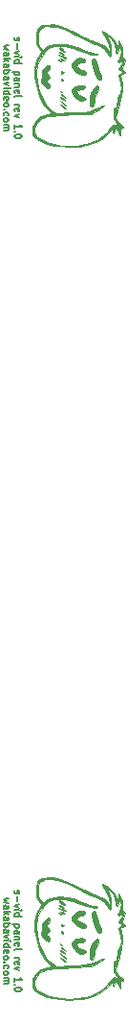
<source format=gbr>
G04 #@! TF.GenerationSoftware,KiCad,Pcbnew,9.0.1*
G04 #@! TF.CreationDate,2025-10-05T20:23:22+13:00*
G04 #@! TF.ProjectId,covers,636f7665-7273-42e6-9b69-6361645f7063,rev?*
G04 #@! TF.SameCoordinates,Original*
G04 #@! TF.FileFunction,Legend,Top*
G04 #@! TF.FilePolarity,Positive*
%FSLAX46Y46*%
G04 Gerber Fmt 4.6, Leading zero omitted, Abs format (unit mm)*
G04 Created by KiCad (PCBNEW 9.0.1) date 2025-10-05 20:23:22*
%MOMM*%
%LPD*%
G01*
G04 APERTURE LIST*
%ADD10C,0.150000*%
%ADD11C,0.010000*%
G04 APERTURE END LIST*
D10*
X115441783Y-120857142D02*
X115413211Y-120914285D01*
X115413211Y-120914285D02*
X115413211Y-121028571D01*
X115413211Y-121028571D02*
X115441783Y-121085714D01*
X115441783Y-121085714D02*
X115498925Y-121114285D01*
X115498925Y-121114285D02*
X115527497Y-121114285D01*
X115527497Y-121114285D02*
X115584640Y-121085714D01*
X115584640Y-121085714D02*
X115613211Y-121028571D01*
X115613211Y-121028571D02*
X115613211Y-120942857D01*
X115613211Y-120942857D02*
X115641783Y-120885714D01*
X115641783Y-120885714D02*
X115698925Y-120857142D01*
X115698925Y-120857142D02*
X115727497Y-120857142D01*
X115727497Y-120857142D02*
X115784640Y-120885714D01*
X115784640Y-120885714D02*
X115813211Y-120942857D01*
X115813211Y-120942857D02*
X115813211Y-121028571D01*
X115813211Y-121028571D02*
X115784640Y-121085714D01*
X115641783Y-121371428D02*
X115641783Y-121828571D01*
X115813211Y-122057142D02*
X115413211Y-122199999D01*
X115413211Y-122199999D02*
X115813211Y-122342856D01*
X115413211Y-122571428D02*
X115813211Y-122571428D01*
X116013211Y-122571428D02*
X115984640Y-122542856D01*
X115984640Y-122542856D02*
X115956068Y-122571428D01*
X115956068Y-122571428D02*
X115984640Y-122599999D01*
X115984640Y-122599999D02*
X116013211Y-122571428D01*
X116013211Y-122571428D02*
X115956068Y-122571428D01*
X115413211Y-123114285D02*
X116013211Y-123114285D01*
X115441783Y-123114285D02*
X115413211Y-123057142D01*
X115413211Y-123057142D02*
X115413211Y-122942856D01*
X115413211Y-122942856D02*
X115441783Y-122885713D01*
X115441783Y-122885713D02*
X115470354Y-122857142D01*
X115470354Y-122857142D02*
X115527497Y-122828570D01*
X115527497Y-122828570D02*
X115698925Y-122828570D01*
X115698925Y-122828570D02*
X115756068Y-122857142D01*
X115756068Y-122857142D02*
X115784640Y-122885713D01*
X115784640Y-122885713D02*
X115813211Y-122942856D01*
X115813211Y-122942856D02*
X115813211Y-123057142D01*
X115813211Y-123057142D02*
X115784640Y-123114285D01*
X115813211Y-123857142D02*
X115213211Y-123857142D01*
X115784640Y-123857142D02*
X115813211Y-123914285D01*
X115813211Y-123914285D02*
X115813211Y-124028570D01*
X115813211Y-124028570D02*
X115784640Y-124085713D01*
X115784640Y-124085713D02*
X115756068Y-124114285D01*
X115756068Y-124114285D02*
X115698925Y-124142856D01*
X115698925Y-124142856D02*
X115527497Y-124142856D01*
X115527497Y-124142856D02*
X115470354Y-124114285D01*
X115470354Y-124114285D02*
X115441783Y-124085713D01*
X115441783Y-124085713D02*
X115413211Y-124028570D01*
X115413211Y-124028570D02*
X115413211Y-123914285D01*
X115413211Y-123914285D02*
X115441783Y-123857142D01*
X115413211Y-124657142D02*
X115727497Y-124657142D01*
X115727497Y-124657142D02*
X115784640Y-124628570D01*
X115784640Y-124628570D02*
X115813211Y-124571427D01*
X115813211Y-124571427D02*
X115813211Y-124457142D01*
X115813211Y-124457142D02*
X115784640Y-124399999D01*
X115441783Y-124657142D02*
X115413211Y-124599999D01*
X115413211Y-124599999D02*
X115413211Y-124457142D01*
X115413211Y-124457142D02*
X115441783Y-124399999D01*
X115441783Y-124399999D02*
X115498925Y-124371427D01*
X115498925Y-124371427D02*
X115556068Y-124371427D01*
X115556068Y-124371427D02*
X115613211Y-124399999D01*
X115613211Y-124399999D02*
X115641783Y-124457142D01*
X115641783Y-124457142D02*
X115641783Y-124599999D01*
X115641783Y-124599999D02*
X115670354Y-124657142D01*
X115813211Y-124942856D02*
X115413211Y-124942856D01*
X115756068Y-124942856D02*
X115784640Y-124971427D01*
X115784640Y-124971427D02*
X115813211Y-125028570D01*
X115813211Y-125028570D02*
X115813211Y-125114284D01*
X115813211Y-125114284D02*
X115784640Y-125171427D01*
X115784640Y-125171427D02*
X115727497Y-125199999D01*
X115727497Y-125199999D02*
X115413211Y-125199999D01*
X115441783Y-125714284D02*
X115413211Y-125657141D01*
X115413211Y-125657141D02*
X115413211Y-125542856D01*
X115413211Y-125542856D02*
X115441783Y-125485713D01*
X115441783Y-125485713D02*
X115498925Y-125457141D01*
X115498925Y-125457141D02*
X115727497Y-125457141D01*
X115727497Y-125457141D02*
X115784640Y-125485713D01*
X115784640Y-125485713D02*
X115813211Y-125542856D01*
X115813211Y-125542856D02*
X115813211Y-125657141D01*
X115813211Y-125657141D02*
X115784640Y-125714284D01*
X115784640Y-125714284D02*
X115727497Y-125742856D01*
X115727497Y-125742856D02*
X115670354Y-125742856D01*
X115670354Y-125742856D02*
X115613211Y-125457141D01*
X115413211Y-126085713D02*
X115441783Y-126028570D01*
X115441783Y-126028570D02*
X115498925Y-125999999D01*
X115498925Y-125999999D02*
X116013211Y-125999999D01*
X115413211Y-126771428D02*
X115813211Y-126771428D01*
X115698925Y-126771428D02*
X115756068Y-126799999D01*
X115756068Y-126799999D02*
X115784640Y-126828571D01*
X115784640Y-126828571D02*
X115813211Y-126885713D01*
X115813211Y-126885713D02*
X115813211Y-126942856D01*
X115441783Y-127371428D02*
X115413211Y-127314285D01*
X115413211Y-127314285D02*
X115413211Y-127200000D01*
X115413211Y-127200000D02*
X115441783Y-127142857D01*
X115441783Y-127142857D02*
X115498925Y-127114285D01*
X115498925Y-127114285D02*
X115727497Y-127114285D01*
X115727497Y-127114285D02*
X115784640Y-127142857D01*
X115784640Y-127142857D02*
X115813211Y-127200000D01*
X115813211Y-127200000D02*
X115813211Y-127314285D01*
X115813211Y-127314285D02*
X115784640Y-127371428D01*
X115784640Y-127371428D02*
X115727497Y-127400000D01*
X115727497Y-127400000D02*
X115670354Y-127400000D01*
X115670354Y-127400000D02*
X115613211Y-127114285D01*
X115813211Y-127600000D02*
X115413211Y-127742857D01*
X115413211Y-127742857D02*
X115813211Y-127885714D01*
X115413211Y-128885714D02*
X115413211Y-128542857D01*
X115413211Y-128714286D02*
X116013211Y-128714286D01*
X116013211Y-128714286D02*
X115927497Y-128657143D01*
X115927497Y-128657143D02*
X115870354Y-128600000D01*
X115870354Y-128600000D02*
X115841783Y-128542857D01*
X115470354Y-129142858D02*
X115441783Y-129171429D01*
X115441783Y-129171429D02*
X115413211Y-129142858D01*
X115413211Y-129142858D02*
X115441783Y-129114286D01*
X115441783Y-129114286D02*
X115470354Y-129142858D01*
X115470354Y-129142858D02*
X115413211Y-129142858D01*
X116013211Y-129542857D02*
X116013211Y-129600000D01*
X116013211Y-129600000D02*
X115984640Y-129657143D01*
X115984640Y-129657143D02*
X115956068Y-129685715D01*
X115956068Y-129685715D02*
X115898925Y-129714286D01*
X115898925Y-129714286D02*
X115784640Y-129742857D01*
X115784640Y-129742857D02*
X115641783Y-129742857D01*
X115641783Y-129742857D02*
X115527497Y-129714286D01*
X115527497Y-129714286D02*
X115470354Y-129685715D01*
X115470354Y-129685715D02*
X115441783Y-129657143D01*
X115441783Y-129657143D02*
X115413211Y-129600000D01*
X115413211Y-129600000D02*
X115413211Y-129542857D01*
X115413211Y-129542857D02*
X115441783Y-129485715D01*
X115441783Y-129485715D02*
X115470354Y-129457143D01*
X115470354Y-129457143D02*
X115527497Y-129428572D01*
X115527497Y-129428572D02*
X115641783Y-129400000D01*
X115641783Y-129400000D02*
X115784640Y-129400000D01*
X115784640Y-129400000D02*
X115898925Y-129428572D01*
X115898925Y-129428572D02*
X115956068Y-129457143D01*
X115956068Y-129457143D02*
X115984640Y-129485715D01*
X115984640Y-129485715D02*
X116013211Y-129542857D01*
X114847245Y-121500001D02*
X114447245Y-121614287D01*
X114447245Y-121614287D02*
X114732959Y-121728572D01*
X114732959Y-121728572D02*
X114447245Y-121842858D01*
X114447245Y-121842858D02*
X114847245Y-121957144D01*
X114447245Y-122442858D02*
X114761531Y-122442858D01*
X114761531Y-122442858D02*
X114818674Y-122414286D01*
X114818674Y-122414286D02*
X114847245Y-122357143D01*
X114847245Y-122357143D02*
X114847245Y-122242858D01*
X114847245Y-122242858D02*
X114818674Y-122185715D01*
X114475817Y-122442858D02*
X114447245Y-122385715D01*
X114447245Y-122385715D02*
X114447245Y-122242858D01*
X114447245Y-122242858D02*
X114475817Y-122185715D01*
X114475817Y-122185715D02*
X114532959Y-122157143D01*
X114532959Y-122157143D02*
X114590102Y-122157143D01*
X114590102Y-122157143D02*
X114647245Y-122185715D01*
X114647245Y-122185715D02*
X114675817Y-122242858D01*
X114675817Y-122242858D02*
X114675817Y-122385715D01*
X114675817Y-122385715D02*
X114704388Y-122442858D01*
X114447245Y-122728572D02*
X115047245Y-122728572D01*
X114675817Y-122785715D02*
X114447245Y-122957143D01*
X114847245Y-122957143D02*
X114618674Y-122728572D01*
X114447245Y-123471429D02*
X114761531Y-123471429D01*
X114761531Y-123471429D02*
X114818674Y-123442857D01*
X114818674Y-123442857D02*
X114847245Y-123385714D01*
X114847245Y-123385714D02*
X114847245Y-123271429D01*
X114847245Y-123271429D02*
X114818674Y-123214286D01*
X114475817Y-123471429D02*
X114447245Y-123414286D01*
X114447245Y-123414286D02*
X114447245Y-123271429D01*
X114447245Y-123271429D02*
X114475817Y-123214286D01*
X114475817Y-123214286D02*
X114532959Y-123185714D01*
X114532959Y-123185714D02*
X114590102Y-123185714D01*
X114590102Y-123185714D02*
X114647245Y-123214286D01*
X114647245Y-123214286D02*
X114675817Y-123271429D01*
X114675817Y-123271429D02*
X114675817Y-123414286D01*
X114675817Y-123414286D02*
X114704388Y-123471429D01*
X114447245Y-123757143D02*
X115047245Y-123757143D01*
X114818674Y-123757143D02*
X114847245Y-123814286D01*
X114847245Y-123814286D02*
X114847245Y-123928571D01*
X114847245Y-123928571D02*
X114818674Y-123985714D01*
X114818674Y-123985714D02*
X114790102Y-124014286D01*
X114790102Y-124014286D02*
X114732959Y-124042857D01*
X114732959Y-124042857D02*
X114561531Y-124042857D01*
X114561531Y-124042857D02*
X114504388Y-124014286D01*
X114504388Y-124014286D02*
X114475817Y-123985714D01*
X114475817Y-123985714D02*
X114447245Y-123928571D01*
X114447245Y-123928571D02*
X114447245Y-123814286D01*
X114447245Y-123814286D02*
X114475817Y-123757143D01*
X114447245Y-124557143D02*
X114761531Y-124557143D01*
X114761531Y-124557143D02*
X114818674Y-124528571D01*
X114818674Y-124528571D02*
X114847245Y-124471428D01*
X114847245Y-124471428D02*
X114847245Y-124357143D01*
X114847245Y-124357143D02*
X114818674Y-124300000D01*
X114475817Y-124557143D02*
X114447245Y-124500000D01*
X114447245Y-124500000D02*
X114447245Y-124357143D01*
X114447245Y-124357143D02*
X114475817Y-124300000D01*
X114475817Y-124300000D02*
X114532959Y-124271428D01*
X114532959Y-124271428D02*
X114590102Y-124271428D01*
X114590102Y-124271428D02*
X114647245Y-124300000D01*
X114647245Y-124300000D02*
X114675817Y-124357143D01*
X114675817Y-124357143D02*
X114675817Y-124500000D01*
X114675817Y-124500000D02*
X114704388Y-124557143D01*
X114847245Y-124785714D02*
X114447245Y-124928571D01*
X114447245Y-124928571D02*
X114847245Y-125071428D01*
X114447245Y-125300000D02*
X114847245Y-125300000D01*
X115047245Y-125300000D02*
X115018674Y-125271428D01*
X115018674Y-125271428D02*
X114990102Y-125300000D01*
X114990102Y-125300000D02*
X115018674Y-125328571D01*
X115018674Y-125328571D02*
X115047245Y-125300000D01*
X115047245Y-125300000D02*
X114990102Y-125300000D01*
X114447245Y-125842857D02*
X115047245Y-125842857D01*
X114475817Y-125842857D02*
X114447245Y-125785714D01*
X114447245Y-125785714D02*
X114447245Y-125671428D01*
X114447245Y-125671428D02*
X114475817Y-125614285D01*
X114475817Y-125614285D02*
X114504388Y-125585714D01*
X114504388Y-125585714D02*
X114561531Y-125557142D01*
X114561531Y-125557142D02*
X114732959Y-125557142D01*
X114732959Y-125557142D02*
X114790102Y-125585714D01*
X114790102Y-125585714D02*
X114818674Y-125614285D01*
X114818674Y-125614285D02*
X114847245Y-125671428D01*
X114847245Y-125671428D02*
X114847245Y-125785714D01*
X114847245Y-125785714D02*
X114818674Y-125842857D01*
X114475817Y-126357142D02*
X114447245Y-126299999D01*
X114447245Y-126299999D02*
X114447245Y-126185714D01*
X114447245Y-126185714D02*
X114475817Y-126128571D01*
X114475817Y-126128571D02*
X114532959Y-126099999D01*
X114532959Y-126099999D02*
X114761531Y-126099999D01*
X114761531Y-126099999D02*
X114818674Y-126128571D01*
X114818674Y-126128571D02*
X114847245Y-126185714D01*
X114847245Y-126185714D02*
X114847245Y-126299999D01*
X114847245Y-126299999D02*
X114818674Y-126357142D01*
X114818674Y-126357142D02*
X114761531Y-126385714D01*
X114761531Y-126385714D02*
X114704388Y-126385714D01*
X114704388Y-126385714D02*
X114647245Y-126099999D01*
X114447245Y-126728571D02*
X114475817Y-126671428D01*
X114475817Y-126671428D02*
X114504388Y-126642857D01*
X114504388Y-126642857D02*
X114561531Y-126614285D01*
X114561531Y-126614285D02*
X114732959Y-126614285D01*
X114732959Y-126614285D02*
X114790102Y-126642857D01*
X114790102Y-126642857D02*
X114818674Y-126671428D01*
X114818674Y-126671428D02*
X114847245Y-126728571D01*
X114847245Y-126728571D02*
X114847245Y-126814285D01*
X114847245Y-126814285D02*
X114818674Y-126871428D01*
X114818674Y-126871428D02*
X114790102Y-126900000D01*
X114790102Y-126900000D02*
X114732959Y-126928571D01*
X114732959Y-126928571D02*
X114561531Y-126928571D01*
X114561531Y-126928571D02*
X114504388Y-126900000D01*
X114504388Y-126900000D02*
X114475817Y-126871428D01*
X114475817Y-126871428D02*
X114447245Y-126814285D01*
X114447245Y-126814285D02*
X114447245Y-126728571D01*
X114504388Y-127185714D02*
X114475817Y-127214285D01*
X114475817Y-127214285D02*
X114447245Y-127185714D01*
X114447245Y-127185714D02*
X114475817Y-127157142D01*
X114475817Y-127157142D02*
X114504388Y-127185714D01*
X114504388Y-127185714D02*
X114447245Y-127185714D01*
X114475817Y-127728571D02*
X114447245Y-127671428D01*
X114447245Y-127671428D02*
X114447245Y-127557142D01*
X114447245Y-127557142D02*
X114475817Y-127499999D01*
X114475817Y-127499999D02*
X114504388Y-127471428D01*
X114504388Y-127471428D02*
X114561531Y-127442856D01*
X114561531Y-127442856D02*
X114732959Y-127442856D01*
X114732959Y-127442856D02*
X114790102Y-127471428D01*
X114790102Y-127471428D02*
X114818674Y-127499999D01*
X114818674Y-127499999D02*
X114847245Y-127557142D01*
X114847245Y-127557142D02*
X114847245Y-127671428D01*
X114847245Y-127671428D02*
X114818674Y-127728571D01*
X114447245Y-128071428D02*
X114475817Y-128014285D01*
X114475817Y-128014285D02*
X114504388Y-127985714D01*
X114504388Y-127985714D02*
X114561531Y-127957142D01*
X114561531Y-127957142D02*
X114732959Y-127957142D01*
X114732959Y-127957142D02*
X114790102Y-127985714D01*
X114790102Y-127985714D02*
X114818674Y-128014285D01*
X114818674Y-128014285D02*
X114847245Y-128071428D01*
X114847245Y-128071428D02*
X114847245Y-128157142D01*
X114847245Y-128157142D02*
X114818674Y-128214285D01*
X114818674Y-128214285D02*
X114790102Y-128242857D01*
X114790102Y-128242857D02*
X114732959Y-128271428D01*
X114732959Y-128271428D02*
X114561531Y-128271428D01*
X114561531Y-128271428D02*
X114504388Y-128242857D01*
X114504388Y-128242857D02*
X114475817Y-128214285D01*
X114475817Y-128214285D02*
X114447245Y-128157142D01*
X114447245Y-128157142D02*
X114447245Y-128071428D01*
X114447245Y-128528571D02*
X114847245Y-128528571D01*
X114790102Y-128528571D02*
X114818674Y-128557142D01*
X114818674Y-128557142D02*
X114847245Y-128614285D01*
X114847245Y-128614285D02*
X114847245Y-128699999D01*
X114847245Y-128699999D02*
X114818674Y-128757142D01*
X114818674Y-128757142D02*
X114761531Y-128785714D01*
X114761531Y-128785714D02*
X114447245Y-128785714D01*
X114761531Y-128785714D02*
X114818674Y-128814285D01*
X114818674Y-128814285D02*
X114847245Y-128871428D01*
X114847245Y-128871428D02*
X114847245Y-128957142D01*
X114847245Y-128957142D02*
X114818674Y-129014285D01*
X114818674Y-129014285D02*
X114761531Y-129042856D01*
X114761531Y-129042856D02*
X114447245Y-129042856D01*
X115441783Y-45607142D02*
X115413211Y-45664285D01*
X115413211Y-45664285D02*
X115413211Y-45778571D01*
X115413211Y-45778571D02*
X115441783Y-45835714D01*
X115441783Y-45835714D02*
X115498925Y-45864285D01*
X115498925Y-45864285D02*
X115527497Y-45864285D01*
X115527497Y-45864285D02*
X115584640Y-45835714D01*
X115584640Y-45835714D02*
X115613211Y-45778571D01*
X115613211Y-45778571D02*
X115613211Y-45692857D01*
X115613211Y-45692857D02*
X115641783Y-45635714D01*
X115641783Y-45635714D02*
X115698925Y-45607142D01*
X115698925Y-45607142D02*
X115727497Y-45607142D01*
X115727497Y-45607142D02*
X115784640Y-45635714D01*
X115784640Y-45635714D02*
X115813211Y-45692857D01*
X115813211Y-45692857D02*
X115813211Y-45778571D01*
X115813211Y-45778571D02*
X115784640Y-45835714D01*
X115641783Y-46121428D02*
X115641783Y-46578571D01*
X115813211Y-46807142D02*
X115413211Y-46949999D01*
X115413211Y-46949999D02*
X115813211Y-47092856D01*
X115413211Y-47321428D02*
X115813211Y-47321428D01*
X116013211Y-47321428D02*
X115984640Y-47292856D01*
X115984640Y-47292856D02*
X115956068Y-47321428D01*
X115956068Y-47321428D02*
X115984640Y-47349999D01*
X115984640Y-47349999D02*
X116013211Y-47321428D01*
X116013211Y-47321428D02*
X115956068Y-47321428D01*
X115413211Y-47864285D02*
X116013211Y-47864285D01*
X115441783Y-47864285D02*
X115413211Y-47807142D01*
X115413211Y-47807142D02*
X115413211Y-47692856D01*
X115413211Y-47692856D02*
X115441783Y-47635713D01*
X115441783Y-47635713D02*
X115470354Y-47607142D01*
X115470354Y-47607142D02*
X115527497Y-47578570D01*
X115527497Y-47578570D02*
X115698925Y-47578570D01*
X115698925Y-47578570D02*
X115756068Y-47607142D01*
X115756068Y-47607142D02*
X115784640Y-47635713D01*
X115784640Y-47635713D02*
X115813211Y-47692856D01*
X115813211Y-47692856D02*
X115813211Y-47807142D01*
X115813211Y-47807142D02*
X115784640Y-47864285D01*
X115813211Y-48607142D02*
X115213211Y-48607142D01*
X115784640Y-48607142D02*
X115813211Y-48664285D01*
X115813211Y-48664285D02*
X115813211Y-48778570D01*
X115813211Y-48778570D02*
X115784640Y-48835713D01*
X115784640Y-48835713D02*
X115756068Y-48864285D01*
X115756068Y-48864285D02*
X115698925Y-48892856D01*
X115698925Y-48892856D02*
X115527497Y-48892856D01*
X115527497Y-48892856D02*
X115470354Y-48864285D01*
X115470354Y-48864285D02*
X115441783Y-48835713D01*
X115441783Y-48835713D02*
X115413211Y-48778570D01*
X115413211Y-48778570D02*
X115413211Y-48664285D01*
X115413211Y-48664285D02*
X115441783Y-48607142D01*
X115413211Y-49407142D02*
X115727497Y-49407142D01*
X115727497Y-49407142D02*
X115784640Y-49378570D01*
X115784640Y-49378570D02*
X115813211Y-49321427D01*
X115813211Y-49321427D02*
X115813211Y-49207142D01*
X115813211Y-49207142D02*
X115784640Y-49149999D01*
X115441783Y-49407142D02*
X115413211Y-49349999D01*
X115413211Y-49349999D02*
X115413211Y-49207142D01*
X115413211Y-49207142D02*
X115441783Y-49149999D01*
X115441783Y-49149999D02*
X115498925Y-49121427D01*
X115498925Y-49121427D02*
X115556068Y-49121427D01*
X115556068Y-49121427D02*
X115613211Y-49149999D01*
X115613211Y-49149999D02*
X115641783Y-49207142D01*
X115641783Y-49207142D02*
X115641783Y-49349999D01*
X115641783Y-49349999D02*
X115670354Y-49407142D01*
X115813211Y-49692856D02*
X115413211Y-49692856D01*
X115756068Y-49692856D02*
X115784640Y-49721427D01*
X115784640Y-49721427D02*
X115813211Y-49778570D01*
X115813211Y-49778570D02*
X115813211Y-49864284D01*
X115813211Y-49864284D02*
X115784640Y-49921427D01*
X115784640Y-49921427D02*
X115727497Y-49949999D01*
X115727497Y-49949999D02*
X115413211Y-49949999D01*
X115441783Y-50464284D02*
X115413211Y-50407141D01*
X115413211Y-50407141D02*
X115413211Y-50292856D01*
X115413211Y-50292856D02*
X115441783Y-50235713D01*
X115441783Y-50235713D02*
X115498925Y-50207141D01*
X115498925Y-50207141D02*
X115727497Y-50207141D01*
X115727497Y-50207141D02*
X115784640Y-50235713D01*
X115784640Y-50235713D02*
X115813211Y-50292856D01*
X115813211Y-50292856D02*
X115813211Y-50407141D01*
X115813211Y-50407141D02*
X115784640Y-50464284D01*
X115784640Y-50464284D02*
X115727497Y-50492856D01*
X115727497Y-50492856D02*
X115670354Y-50492856D01*
X115670354Y-50492856D02*
X115613211Y-50207141D01*
X115413211Y-50835713D02*
X115441783Y-50778570D01*
X115441783Y-50778570D02*
X115498925Y-50749999D01*
X115498925Y-50749999D02*
X116013211Y-50749999D01*
X115413211Y-51521428D02*
X115813211Y-51521428D01*
X115698925Y-51521428D02*
X115756068Y-51549999D01*
X115756068Y-51549999D02*
X115784640Y-51578571D01*
X115784640Y-51578571D02*
X115813211Y-51635713D01*
X115813211Y-51635713D02*
X115813211Y-51692856D01*
X115441783Y-52121428D02*
X115413211Y-52064285D01*
X115413211Y-52064285D02*
X115413211Y-51950000D01*
X115413211Y-51950000D02*
X115441783Y-51892857D01*
X115441783Y-51892857D02*
X115498925Y-51864285D01*
X115498925Y-51864285D02*
X115727497Y-51864285D01*
X115727497Y-51864285D02*
X115784640Y-51892857D01*
X115784640Y-51892857D02*
X115813211Y-51950000D01*
X115813211Y-51950000D02*
X115813211Y-52064285D01*
X115813211Y-52064285D02*
X115784640Y-52121428D01*
X115784640Y-52121428D02*
X115727497Y-52150000D01*
X115727497Y-52150000D02*
X115670354Y-52150000D01*
X115670354Y-52150000D02*
X115613211Y-51864285D01*
X115813211Y-52350000D02*
X115413211Y-52492857D01*
X115413211Y-52492857D02*
X115813211Y-52635714D01*
X115413211Y-53635714D02*
X115413211Y-53292857D01*
X115413211Y-53464286D02*
X116013211Y-53464286D01*
X116013211Y-53464286D02*
X115927497Y-53407143D01*
X115927497Y-53407143D02*
X115870354Y-53350000D01*
X115870354Y-53350000D02*
X115841783Y-53292857D01*
X115470354Y-53892858D02*
X115441783Y-53921429D01*
X115441783Y-53921429D02*
X115413211Y-53892858D01*
X115413211Y-53892858D02*
X115441783Y-53864286D01*
X115441783Y-53864286D02*
X115470354Y-53892858D01*
X115470354Y-53892858D02*
X115413211Y-53892858D01*
X116013211Y-54292857D02*
X116013211Y-54350000D01*
X116013211Y-54350000D02*
X115984640Y-54407143D01*
X115984640Y-54407143D02*
X115956068Y-54435715D01*
X115956068Y-54435715D02*
X115898925Y-54464286D01*
X115898925Y-54464286D02*
X115784640Y-54492857D01*
X115784640Y-54492857D02*
X115641783Y-54492857D01*
X115641783Y-54492857D02*
X115527497Y-54464286D01*
X115527497Y-54464286D02*
X115470354Y-54435715D01*
X115470354Y-54435715D02*
X115441783Y-54407143D01*
X115441783Y-54407143D02*
X115413211Y-54350000D01*
X115413211Y-54350000D02*
X115413211Y-54292857D01*
X115413211Y-54292857D02*
X115441783Y-54235715D01*
X115441783Y-54235715D02*
X115470354Y-54207143D01*
X115470354Y-54207143D02*
X115527497Y-54178572D01*
X115527497Y-54178572D02*
X115641783Y-54150000D01*
X115641783Y-54150000D02*
X115784640Y-54150000D01*
X115784640Y-54150000D02*
X115898925Y-54178572D01*
X115898925Y-54178572D02*
X115956068Y-54207143D01*
X115956068Y-54207143D02*
X115984640Y-54235715D01*
X115984640Y-54235715D02*
X116013211Y-54292857D01*
X114847245Y-46250001D02*
X114447245Y-46364287D01*
X114447245Y-46364287D02*
X114732959Y-46478572D01*
X114732959Y-46478572D02*
X114447245Y-46592858D01*
X114447245Y-46592858D02*
X114847245Y-46707144D01*
X114447245Y-47192858D02*
X114761531Y-47192858D01*
X114761531Y-47192858D02*
X114818674Y-47164286D01*
X114818674Y-47164286D02*
X114847245Y-47107143D01*
X114847245Y-47107143D02*
X114847245Y-46992858D01*
X114847245Y-46992858D02*
X114818674Y-46935715D01*
X114475817Y-47192858D02*
X114447245Y-47135715D01*
X114447245Y-47135715D02*
X114447245Y-46992858D01*
X114447245Y-46992858D02*
X114475817Y-46935715D01*
X114475817Y-46935715D02*
X114532959Y-46907143D01*
X114532959Y-46907143D02*
X114590102Y-46907143D01*
X114590102Y-46907143D02*
X114647245Y-46935715D01*
X114647245Y-46935715D02*
X114675817Y-46992858D01*
X114675817Y-46992858D02*
X114675817Y-47135715D01*
X114675817Y-47135715D02*
X114704388Y-47192858D01*
X114447245Y-47478572D02*
X115047245Y-47478572D01*
X114675817Y-47535715D02*
X114447245Y-47707143D01*
X114847245Y-47707143D02*
X114618674Y-47478572D01*
X114447245Y-48221429D02*
X114761531Y-48221429D01*
X114761531Y-48221429D02*
X114818674Y-48192857D01*
X114818674Y-48192857D02*
X114847245Y-48135714D01*
X114847245Y-48135714D02*
X114847245Y-48021429D01*
X114847245Y-48021429D02*
X114818674Y-47964286D01*
X114475817Y-48221429D02*
X114447245Y-48164286D01*
X114447245Y-48164286D02*
X114447245Y-48021429D01*
X114447245Y-48021429D02*
X114475817Y-47964286D01*
X114475817Y-47964286D02*
X114532959Y-47935714D01*
X114532959Y-47935714D02*
X114590102Y-47935714D01*
X114590102Y-47935714D02*
X114647245Y-47964286D01*
X114647245Y-47964286D02*
X114675817Y-48021429D01*
X114675817Y-48021429D02*
X114675817Y-48164286D01*
X114675817Y-48164286D02*
X114704388Y-48221429D01*
X114447245Y-48507143D02*
X115047245Y-48507143D01*
X114818674Y-48507143D02*
X114847245Y-48564286D01*
X114847245Y-48564286D02*
X114847245Y-48678571D01*
X114847245Y-48678571D02*
X114818674Y-48735714D01*
X114818674Y-48735714D02*
X114790102Y-48764286D01*
X114790102Y-48764286D02*
X114732959Y-48792857D01*
X114732959Y-48792857D02*
X114561531Y-48792857D01*
X114561531Y-48792857D02*
X114504388Y-48764286D01*
X114504388Y-48764286D02*
X114475817Y-48735714D01*
X114475817Y-48735714D02*
X114447245Y-48678571D01*
X114447245Y-48678571D02*
X114447245Y-48564286D01*
X114447245Y-48564286D02*
X114475817Y-48507143D01*
X114447245Y-49307143D02*
X114761531Y-49307143D01*
X114761531Y-49307143D02*
X114818674Y-49278571D01*
X114818674Y-49278571D02*
X114847245Y-49221428D01*
X114847245Y-49221428D02*
X114847245Y-49107143D01*
X114847245Y-49107143D02*
X114818674Y-49050000D01*
X114475817Y-49307143D02*
X114447245Y-49250000D01*
X114447245Y-49250000D02*
X114447245Y-49107143D01*
X114447245Y-49107143D02*
X114475817Y-49050000D01*
X114475817Y-49050000D02*
X114532959Y-49021428D01*
X114532959Y-49021428D02*
X114590102Y-49021428D01*
X114590102Y-49021428D02*
X114647245Y-49050000D01*
X114647245Y-49050000D02*
X114675817Y-49107143D01*
X114675817Y-49107143D02*
X114675817Y-49250000D01*
X114675817Y-49250000D02*
X114704388Y-49307143D01*
X114847245Y-49535714D02*
X114447245Y-49678571D01*
X114447245Y-49678571D02*
X114847245Y-49821428D01*
X114447245Y-50050000D02*
X114847245Y-50050000D01*
X115047245Y-50050000D02*
X115018674Y-50021428D01*
X115018674Y-50021428D02*
X114990102Y-50050000D01*
X114990102Y-50050000D02*
X115018674Y-50078571D01*
X115018674Y-50078571D02*
X115047245Y-50050000D01*
X115047245Y-50050000D02*
X114990102Y-50050000D01*
X114447245Y-50592857D02*
X115047245Y-50592857D01*
X114475817Y-50592857D02*
X114447245Y-50535714D01*
X114447245Y-50535714D02*
X114447245Y-50421428D01*
X114447245Y-50421428D02*
X114475817Y-50364285D01*
X114475817Y-50364285D02*
X114504388Y-50335714D01*
X114504388Y-50335714D02*
X114561531Y-50307142D01*
X114561531Y-50307142D02*
X114732959Y-50307142D01*
X114732959Y-50307142D02*
X114790102Y-50335714D01*
X114790102Y-50335714D02*
X114818674Y-50364285D01*
X114818674Y-50364285D02*
X114847245Y-50421428D01*
X114847245Y-50421428D02*
X114847245Y-50535714D01*
X114847245Y-50535714D02*
X114818674Y-50592857D01*
X114475817Y-51107142D02*
X114447245Y-51049999D01*
X114447245Y-51049999D02*
X114447245Y-50935714D01*
X114447245Y-50935714D02*
X114475817Y-50878571D01*
X114475817Y-50878571D02*
X114532959Y-50849999D01*
X114532959Y-50849999D02*
X114761531Y-50849999D01*
X114761531Y-50849999D02*
X114818674Y-50878571D01*
X114818674Y-50878571D02*
X114847245Y-50935714D01*
X114847245Y-50935714D02*
X114847245Y-51049999D01*
X114847245Y-51049999D02*
X114818674Y-51107142D01*
X114818674Y-51107142D02*
X114761531Y-51135714D01*
X114761531Y-51135714D02*
X114704388Y-51135714D01*
X114704388Y-51135714D02*
X114647245Y-50849999D01*
X114447245Y-51478571D02*
X114475817Y-51421428D01*
X114475817Y-51421428D02*
X114504388Y-51392857D01*
X114504388Y-51392857D02*
X114561531Y-51364285D01*
X114561531Y-51364285D02*
X114732959Y-51364285D01*
X114732959Y-51364285D02*
X114790102Y-51392857D01*
X114790102Y-51392857D02*
X114818674Y-51421428D01*
X114818674Y-51421428D02*
X114847245Y-51478571D01*
X114847245Y-51478571D02*
X114847245Y-51564285D01*
X114847245Y-51564285D02*
X114818674Y-51621428D01*
X114818674Y-51621428D02*
X114790102Y-51650000D01*
X114790102Y-51650000D02*
X114732959Y-51678571D01*
X114732959Y-51678571D02*
X114561531Y-51678571D01*
X114561531Y-51678571D02*
X114504388Y-51650000D01*
X114504388Y-51650000D02*
X114475817Y-51621428D01*
X114475817Y-51621428D02*
X114447245Y-51564285D01*
X114447245Y-51564285D02*
X114447245Y-51478571D01*
X114504388Y-51935714D02*
X114475817Y-51964285D01*
X114475817Y-51964285D02*
X114447245Y-51935714D01*
X114447245Y-51935714D02*
X114475817Y-51907142D01*
X114475817Y-51907142D02*
X114504388Y-51935714D01*
X114504388Y-51935714D02*
X114447245Y-51935714D01*
X114475817Y-52478571D02*
X114447245Y-52421428D01*
X114447245Y-52421428D02*
X114447245Y-52307142D01*
X114447245Y-52307142D02*
X114475817Y-52249999D01*
X114475817Y-52249999D02*
X114504388Y-52221428D01*
X114504388Y-52221428D02*
X114561531Y-52192856D01*
X114561531Y-52192856D02*
X114732959Y-52192856D01*
X114732959Y-52192856D02*
X114790102Y-52221428D01*
X114790102Y-52221428D02*
X114818674Y-52249999D01*
X114818674Y-52249999D02*
X114847245Y-52307142D01*
X114847245Y-52307142D02*
X114847245Y-52421428D01*
X114847245Y-52421428D02*
X114818674Y-52478571D01*
X114447245Y-52821428D02*
X114475817Y-52764285D01*
X114475817Y-52764285D02*
X114504388Y-52735714D01*
X114504388Y-52735714D02*
X114561531Y-52707142D01*
X114561531Y-52707142D02*
X114732959Y-52707142D01*
X114732959Y-52707142D02*
X114790102Y-52735714D01*
X114790102Y-52735714D02*
X114818674Y-52764285D01*
X114818674Y-52764285D02*
X114847245Y-52821428D01*
X114847245Y-52821428D02*
X114847245Y-52907142D01*
X114847245Y-52907142D02*
X114818674Y-52964285D01*
X114818674Y-52964285D02*
X114790102Y-52992857D01*
X114790102Y-52992857D02*
X114732959Y-53021428D01*
X114732959Y-53021428D02*
X114561531Y-53021428D01*
X114561531Y-53021428D02*
X114504388Y-52992857D01*
X114504388Y-52992857D02*
X114475817Y-52964285D01*
X114475817Y-52964285D02*
X114447245Y-52907142D01*
X114447245Y-52907142D02*
X114447245Y-52821428D01*
X114447245Y-53278571D02*
X114847245Y-53278571D01*
X114790102Y-53278571D02*
X114818674Y-53307142D01*
X114818674Y-53307142D02*
X114847245Y-53364285D01*
X114847245Y-53364285D02*
X114847245Y-53449999D01*
X114847245Y-53449999D02*
X114818674Y-53507142D01*
X114818674Y-53507142D02*
X114761531Y-53535714D01*
X114761531Y-53535714D02*
X114447245Y-53535714D01*
X114761531Y-53535714D02*
X114818674Y-53564285D01*
X114818674Y-53564285D02*
X114847245Y-53621428D01*
X114847245Y-53621428D02*
X114847245Y-53707142D01*
X114847245Y-53707142D02*
X114818674Y-53764285D01*
X114818674Y-53764285D02*
X114761531Y-53792856D01*
X114761531Y-53792856D02*
X114447245Y-53792856D01*
D11*
X119589081Y-124441138D02*
X119685221Y-124525421D01*
X119693273Y-124632610D01*
X119618334Y-124681139D01*
X119531120Y-124615553D01*
X119504415Y-124544388D01*
X119525348Y-124440547D01*
X119589081Y-124441138D01*
G36*
X119589081Y-124441138D02*
G01*
X119685221Y-124525421D01*
X119693273Y-124632610D01*
X119618334Y-124681139D01*
X119531120Y-124615553D01*
X119504415Y-124544388D01*
X119525348Y-124440547D01*
X119589081Y-124441138D01*
G37*
X119491334Y-125565667D02*
X119572191Y-125645441D01*
X119576000Y-125660327D01*
X119521310Y-125666104D01*
X119491334Y-125650334D01*
X119410477Y-125570559D01*
X119406667Y-125555673D01*
X119461357Y-125549897D01*
X119491334Y-125565667D01*
G36*
X119491334Y-125565667D02*
G01*
X119572191Y-125645441D01*
X119576000Y-125660327D01*
X119521310Y-125666104D01*
X119491334Y-125650334D01*
X119410477Y-125570559D01*
X119406667Y-125555673D01*
X119461357Y-125549897D01*
X119491334Y-125565667D01*
G37*
X119418806Y-122858749D02*
X119491334Y-122898667D01*
X119559103Y-122965754D01*
X119533667Y-122980741D01*
X119394528Y-122938584D01*
X119322000Y-122898667D01*
X119254231Y-122831579D01*
X119279667Y-122816593D01*
X119418806Y-122858749D01*
G36*
X119418806Y-122858749D02*
G01*
X119491334Y-122898667D01*
X119559103Y-122965754D01*
X119533667Y-122980741D01*
X119394528Y-122938584D01*
X119322000Y-122898667D01*
X119254231Y-122831579D01*
X119279667Y-122816593D01*
X119418806Y-122858749D01*
G37*
X119731075Y-123870906D02*
X119745334Y-123905608D01*
X119677955Y-123998165D01*
X119618334Y-124029951D01*
X119509106Y-124016942D01*
X119491334Y-123954343D01*
X119559166Y-123844412D01*
X119618334Y-123830000D01*
X119731075Y-123870906D01*
G36*
X119731075Y-123870906D02*
G01*
X119745334Y-123905608D01*
X119677955Y-123998165D01*
X119618334Y-124029951D01*
X119509106Y-124016942D01*
X119491334Y-123954343D01*
X119559166Y-123844412D01*
X119618334Y-123830000D01*
X119731075Y-123870906D01*
G37*
X119576000Y-122736131D02*
X119773737Y-122837169D01*
X119828790Y-122887268D01*
X119775627Y-122898667D01*
X119651354Y-122850266D01*
X119528683Y-122766996D01*
X119424598Y-122679462D01*
X119453057Y-122679310D01*
X119576000Y-122736131D01*
G36*
X119576000Y-122736131D02*
G01*
X119773737Y-122837169D01*
X119828790Y-122887268D01*
X119775627Y-122898667D01*
X119651354Y-122850266D01*
X119528683Y-122766996D01*
X119424598Y-122679462D01*
X119453057Y-122679310D01*
X119576000Y-122736131D01*
G37*
X119588057Y-126167781D02*
X119757121Y-126290114D01*
X119872111Y-126397284D01*
X119857585Y-126410575D01*
X119787667Y-126377616D01*
X119556893Y-126247752D01*
X119439185Y-126155820D01*
X119454305Y-126117558D01*
X119460787Y-126117297D01*
X119588057Y-126167781D01*
G36*
X119588057Y-126167781D02*
G01*
X119757121Y-126290114D01*
X119872111Y-126397284D01*
X119857585Y-126410575D01*
X119787667Y-126377616D01*
X119556893Y-126247752D01*
X119439185Y-126155820D01*
X119454305Y-126117558D01*
X119460787Y-126117297D01*
X119588057Y-126167781D01*
G37*
X119494379Y-122181542D02*
X119660667Y-122263667D01*
X119784001Y-122347909D01*
X119790122Y-122384612D01*
X119787667Y-122384666D01*
X119657622Y-122345791D01*
X119491334Y-122263667D01*
X119368000Y-122179424D01*
X119361879Y-122142722D01*
X119364334Y-122142667D01*
X119494379Y-122181542D01*
G36*
X119494379Y-122181542D02*
G01*
X119660667Y-122263667D01*
X119784001Y-122347909D01*
X119790122Y-122384612D01*
X119787667Y-122384666D01*
X119657622Y-122345791D01*
X119491334Y-122263667D01*
X119368000Y-122179424D01*
X119361879Y-122142722D01*
X119364334Y-122142667D01*
X119494379Y-122181542D01*
G37*
X119533667Y-125851321D02*
X119724187Y-125960036D01*
X119883001Y-126075406D01*
X119970722Y-126165217D01*
X119957000Y-126197554D01*
X119843086Y-126148409D01*
X119666374Y-126023645D01*
X119618334Y-125984104D01*
X119499859Y-125871165D01*
X119495818Y-125836631D01*
X119533667Y-125851321D01*
G36*
X119533667Y-125851321D02*
G01*
X119724187Y-125960036D01*
X119883001Y-126075406D01*
X119970722Y-126165217D01*
X119957000Y-126197554D01*
X119843086Y-126148409D01*
X119666374Y-126023645D01*
X119618334Y-125984104D01*
X119499859Y-125871165D01*
X119495818Y-125836631D01*
X119533667Y-125851321D01*
G37*
X119498760Y-121766021D02*
X119662724Y-121895731D01*
X119694999Y-121925000D01*
X119848118Y-122074619D01*
X119868329Y-122126815D01*
X119748316Y-122090289D01*
X119606888Y-122029818D01*
X119442821Y-121927928D01*
X119343586Y-121814766D01*
X119336943Y-121731660D01*
X119394304Y-121713334D01*
X119498760Y-121766021D01*
G36*
X119498760Y-121766021D02*
G01*
X119662724Y-121895731D01*
X119694999Y-121925000D01*
X119848118Y-122074619D01*
X119868329Y-122126815D01*
X119748316Y-122090289D01*
X119606888Y-122029818D01*
X119442821Y-121927928D01*
X119343586Y-121814766D01*
X119336943Y-121731660D01*
X119394304Y-121713334D01*
X119498760Y-121766021D01*
G37*
X119513674Y-122435068D02*
X119575139Y-122460454D01*
X119781509Y-122560703D01*
X119901523Y-122645250D01*
X119913806Y-122667554D01*
X119847983Y-122672368D01*
X119680204Y-122610002D01*
X119576000Y-122560000D01*
X119338740Y-122429906D01*
X119249227Y-122361391D01*
X119307520Y-122360947D01*
X119513674Y-122435068D01*
G36*
X119513674Y-122435068D02*
G01*
X119575139Y-122460454D01*
X119781509Y-122560703D01*
X119901523Y-122645250D01*
X119913806Y-122667554D01*
X119847983Y-122672368D01*
X119680204Y-122610002D01*
X119576000Y-122560000D01*
X119338740Y-122429906D01*
X119249227Y-122361391D01*
X119307520Y-122360947D01*
X119513674Y-122435068D01*
G37*
X119551429Y-126482131D02*
X119618940Y-126538065D01*
X119848145Y-126730134D01*
X119960393Y-126831035D01*
X119970123Y-126856410D01*
X119891774Y-126821902D01*
X119871387Y-126811539D01*
X119689893Y-126681510D01*
X119533326Y-126526009D01*
X119434357Y-126406032D01*
X119436288Y-126390828D01*
X119551429Y-126482131D01*
G36*
X119551429Y-126482131D02*
G01*
X119618940Y-126538065D01*
X119848145Y-126730134D01*
X119960393Y-126831035D01*
X119970123Y-126856410D01*
X119891774Y-126821902D01*
X119871387Y-126811539D01*
X119689893Y-126681510D01*
X119533326Y-126526009D01*
X119434357Y-126406032D01*
X119436288Y-126390828D01*
X119551429Y-126482131D01*
G37*
X119609746Y-126855468D02*
X119660667Y-126891388D01*
X119825208Y-127019890D01*
X119911091Y-127100340D01*
X119914667Y-127107763D01*
X119849226Y-127093024D01*
X119688863Y-127019405D01*
X119660667Y-127005000D01*
X119488269Y-126893126D01*
X119407503Y-126795960D01*
X119406667Y-126788625D01*
X119464888Y-126777652D01*
X119609746Y-126855468D01*
G36*
X119609746Y-126855468D02*
G01*
X119660667Y-126891388D01*
X119825208Y-127019890D01*
X119911091Y-127100340D01*
X119914667Y-127107763D01*
X119849226Y-127093024D01*
X119688863Y-127019405D01*
X119660667Y-127005000D01*
X119488269Y-126893126D01*
X119407503Y-126795960D01*
X119406667Y-126788625D01*
X119464888Y-126777652D01*
X119609746Y-126855468D01*
G37*
X122599911Y-122788430D02*
X122672856Y-123049804D01*
X122734060Y-123297195D01*
X122837208Y-123622773D01*
X122939124Y-123901445D01*
X123052203Y-124219276D01*
X123090861Y-124417891D01*
X123060559Y-124527382D01*
X123053992Y-124534542D01*
X122911032Y-124586112D01*
X122755869Y-124477089D01*
X122595872Y-124215075D01*
X122486406Y-123948780D01*
X122324178Y-123445658D01*
X122240466Y-123059840D01*
X122236626Y-122801436D01*
X122314012Y-122680555D01*
X122316202Y-122679684D01*
X122485251Y-122665645D01*
X122599911Y-122788430D01*
G36*
X122599911Y-122788430D02*
G01*
X122672856Y-123049804D01*
X122734060Y-123297195D01*
X122837208Y-123622773D01*
X122939124Y-123901445D01*
X123052203Y-124219276D01*
X123090861Y-124417891D01*
X123060559Y-124527382D01*
X123053992Y-124534542D01*
X122911032Y-124586112D01*
X122755869Y-124477089D01*
X122595872Y-124215075D01*
X122486406Y-123948780D01*
X122324178Y-123445658D01*
X122240466Y-123059840D01*
X122236626Y-122801436D01*
X122314012Y-122680555D01*
X122316202Y-122679684D01*
X122485251Y-122665645D01*
X122599911Y-122788430D01*
G37*
X122863118Y-125188650D02*
X122845372Y-125400843D01*
X122699884Y-125692182D01*
X122666334Y-125743055D01*
X122483826Y-126149231D01*
X122453371Y-126402982D01*
X122421448Y-126733539D01*
X122330687Y-126914826D01*
X122184092Y-126941262D01*
X122166879Y-126935328D01*
X122084691Y-126856969D01*
X122042467Y-126679022D01*
X122031334Y-126392694D01*
X122046779Y-126081686D01*
X122110576Y-125838903D01*
X122248918Y-125582140D01*
X122328033Y-125461501D01*
X122535324Y-125189216D01*
X122688191Y-125070707D01*
X122751366Y-125069523D01*
X122863118Y-125188650D01*
G36*
X122863118Y-125188650D02*
G01*
X122845372Y-125400843D01*
X122699884Y-125692182D01*
X122666334Y-125743055D01*
X122483826Y-126149231D01*
X122453371Y-126402982D01*
X122421448Y-126733539D01*
X122330687Y-126914826D01*
X122184092Y-126941262D01*
X122166879Y-126935328D01*
X122084691Y-126856969D01*
X122042467Y-126679022D01*
X122031334Y-126392694D01*
X122046779Y-126081686D01*
X122110576Y-125838903D01*
X122248918Y-125582140D01*
X122328033Y-125461501D01*
X122535324Y-125189216D01*
X122688191Y-125070707D01*
X122751366Y-125069523D01*
X122863118Y-125188650D01*
G37*
X121514505Y-125087981D02*
X121597947Y-125212699D01*
X121548645Y-125341193D01*
X121395648Y-125427271D01*
X121293158Y-125439963D01*
X121080438Y-125463647D01*
X120953138Y-125507654D01*
X120903681Y-125614961D01*
X120978157Y-125760055D01*
X121147284Y-125908613D01*
X121381784Y-126026310D01*
X121401245Y-126032954D01*
X121619493Y-126147778D01*
X121680886Y-126275018D01*
X121587818Y-126383356D01*
X121370196Y-126439184D01*
X121178505Y-126432518D01*
X121004993Y-126351410D01*
X120793383Y-126167631D01*
X120757056Y-126131644D01*
X120510317Y-125823242D01*
X120427101Y-125553330D01*
X120506806Y-125318743D01*
X120585429Y-125232947D01*
X120788064Y-125121070D01*
X121060296Y-125052274D01*
X121328133Y-125038104D01*
X121514505Y-125087981D01*
G36*
X121514505Y-125087981D02*
G01*
X121597947Y-125212699D01*
X121548645Y-125341193D01*
X121395648Y-125427271D01*
X121293158Y-125439963D01*
X121080438Y-125463647D01*
X120953138Y-125507654D01*
X120903681Y-125614961D01*
X120978157Y-125760055D01*
X121147284Y-125908613D01*
X121381784Y-126026310D01*
X121401245Y-126032954D01*
X121619493Y-126147778D01*
X121680886Y-126275018D01*
X121587818Y-126383356D01*
X121370196Y-126439184D01*
X121178505Y-126432518D01*
X121004993Y-126351410D01*
X120793383Y-126167631D01*
X120757056Y-126131644D01*
X120510317Y-125823242D01*
X120427101Y-125553330D01*
X120506806Y-125318743D01*
X120585429Y-125232947D01*
X120788064Y-125121070D01*
X121060296Y-125052274D01*
X121328133Y-125038104D01*
X121514505Y-125087981D01*
G37*
X121504601Y-122673902D02*
X121631299Y-122753838D01*
X121634659Y-122761350D01*
X121622603Y-122919791D01*
X121475945Y-123030888D01*
X121255379Y-123068000D01*
X121025668Y-123132639D01*
X120930896Y-123236906D01*
X120892480Y-123361331D01*
X120957299Y-123464645D01*
X121118417Y-123575256D01*
X121320775Y-123685583D01*
X121467501Y-123742798D01*
X121485234Y-123745017D01*
X121637782Y-123811197D01*
X121724678Y-123956389D01*
X121719326Y-124051984D01*
X121604826Y-124153207D01*
X121406422Y-124154877D01*
X121160330Y-124076794D01*
X120902766Y-123938759D01*
X120669945Y-123760573D01*
X120498084Y-123562034D01*
X120423398Y-123362944D01*
X120422667Y-123343062D01*
X120480740Y-123154380D01*
X120624866Y-122940875D01*
X120670154Y-122892154D01*
X120905365Y-122711271D01*
X121168259Y-122647104D01*
X121253763Y-122644667D01*
X121504601Y-122673902D01*
G36*
X121504601Y-122673902D02*
G01*
X121631299Y-122753838D01*
X121634659Y-122761350D01*
X121622603Y-122919791D01*
X121475945Y-123030888D01*
X121255379Y-123068000D01*
X121025668Y-123132639D01*
X120930896Y-123236906D01*
X120892480Y-123361331D01*
X120957299Y-123464645D01*
X121118417Y-123575256D01*
X121320775Y-123685583D01*
X121467501Y-123742798D01*
X121485234Y-123745017D01*
X121637782Y-123811197D01*
X121724678Y-123956389D01*
X121719326Y-124051984D01*
X121604826Y-124153207D01*
X121406422Y-124154877D01*
X121160330Y-124076794D01*
X120902766Y-123938759D01*
X120669945Y-123760573D01*
X120498084Y-123562034D01*
X120423398Y-123362944D01*
X120422667Y-123343062D01*
X120480740Y-123154380D01*
X120624866Y-122940875D01*
X120670154Y-122892154D01*
X120905365Y-122711271D01*
X121168259Y-122647104D01*
X121253763Y-122644667D01*
X121504601Y-122673902D01*
G37*
X118500899Y-123310290D02*
X118528428Y-123361844D01*
X118512781Y-123507955D01*
X118410515Y-123696496D01*
X118397473Y-123713578D01*
X118284160Y-123878312D01*
X118277120Y-123986252D01*
X118347037Y-124082567D01*
X118465142Y-124289879D01*
X118416739Y-124470553D01*
X118327167Y-124554676D01*
X118237645Y-124638117D01*
X118250513Y-124724932D01*
X118375085Y-124871741D01*
X118380212Y-124877202D01*
X118501352Y-125064489D01*
X118527915Y-125235774D01*
X118458224Y-125341260D01*
X118396270Y-125354000D01*
X118261816Y-125294660D01*
X118077249Y-125148787D01*
X117892002Y-124964602D01*
X117755508Y-124790326D01*
X117714630Y-124689063D01*
X117760304Y-124492821D01*
X117793744Y-124426654D01*
X117835873Y-124256375D01*
X117824309Y-124067376D01*
X117833803Y-123854421D01*
X117923372Y-123637331D01*
X118063941Y-123445239D01*
X118226436Y-123307280D01*
X118381780Y-123252586D01*
X118500899Y-123310290D01*
G36*
X118500899Y-123310290D02*
G01*
X118528428Y-123361844D01*
X118512781Y-123507955D01*
X118410515Y-123696496D01*
X118397473Y-123713578D01*
X118284160Y-123878312D01*
X118277120Y-123986252D01*
X118347037Y-124082567D01*
X118465142Y-124289879D01*
X118416739Y-124470553D01*
X118327167Y-124554676D01*
X118237645Y-124638117D01*
X118250513Y-124724932D01*
X118375085Y-124871741D01*
X118380212Y-124877202D01*
X118501352Y-125064489D01*
X118527915Y-125235774D01*
X118458224Y-125341260D01*
X118396270Y-125354000D01*
X118261816Y-125294660D01*
X118077249Y-125148787D01*
X117892002Y-124964602D01*
X117755508Y-124790326D01*
X117714630Y-124689063D01*
X117760304Y-124492821D01*
X117793744Y-124426654D01*
X117835873Y-124256375D01*
X117824309Y-124067376D01*
X117833803Y-123854421D01*
X117923372Y-123637331D01*
X118063941Y-123445239D01*
X118226436Y-123307280D01*
X118381780Y-123252586D01*
X118500899Y-123310290D01*
G37*
X119086745Y-119726484D02*
X119461090Y-119820611D01*
X119891611Y-119984333D01*
X120414429Y-120227667D01*
X120631254Y-120336209D01*
X121158013Y-120603007D01*
X121559214Y-120804482D01*
X121860146Y-120952244D01*
X122086102Y-121057900D01*
X122262371Y-121133060D01*
X122414245Y-121189331D01*
X122567013Y-121238323D01*
X122652502Y-121263974D01*
X123091759Y-121426144D01*
X123403168Y-121623732D01*
X123628010Y-121883902D01*
X123651597Y-121921377D01*
X123808701Y-122179000D01*
X123807158Y-121882667D01*
X123745944Y-121521803D01*
X123581082Y-121103947D01*
X123335841Y-120684210D01*
X123252850Y-120569796D01*
X123127077Y-120372471D01*
X123127575Y-120281177D01*
X123248413Y-120296139D01*
X123483656Y-120417581D01*
X123694256Y-120553148D01*
X124102134Y-120920263D01*
X124317162Y-121251648D01*
X124528657Y-121671000D01*
X124577433Y-121374667D01*
X124626208Y-121078334D01*
X124817945Y-121501667D01*
X124951899Y-121887842D01*
X124978045Y-122252688D01*
X124973011Y-122319456D01*
X124961028Y-122561599D01*
X124988914Y-122666951D01*
X125050170Y-122670231D01*
X125139954Y-122694304D01*
X125160222Y-122842113D01*
X125111788Y-123083359D01*
X125033172Y-123301889D01*
X124955691Y-123509703D01*
X124952348Y-123623931D01*
X125023144Y-123703228D01*
X125033172Y-123710670D01*
X125137739Y-123832798D01*
X125160899Y-123950477D01*
X125095516Y-123999334D01*
X124978488Y-124044447D01*
X124877476Y-124108691D01*
X124789924Y-124188475D01*
X124772520Y-124285612D01*
X124824228Y-124456537D01*
X124869001Y-124570645D01*
X124962604Y-124939344D01*
X124971313Y-125382480D01*
X124893195Y-125920845D01*
X124726315Y-126575228D01*
X124663175Y-126782855D01*
X124519082Y-127243707D01*
X124423382Y-127573757D01*
X124376810Y-127804691D01*
X124380102Y-127968197D01*
X124433991Y-128095960D01*
X124539213Y-128219666D01*
X124696502Y-128371003D01*
X124700078Y-128374427D01*
X124929644Y-128599966D01*
X125044373Y-128734873D01*
X125055152Y-128801952D01*
X124972865Y-128824009D01*
X124915324Y-128825334D01*
X124807582Y-128851028D01*
X124779743Y-128959400D01*
X124797655Y-129110903D01*
X124804766Y-129331758D01*
X124750828Y-129454044D01*
X124749998Y-129454566D01*
X124671864Y-129440225D01*
X124655580Y-129359497D01*
X124603959Y-129196414D01*
X124477256Y-128990920D01*
X124446958Y-128952334D01*
X124238757Y-128698334D01*
X124235712Y-129020830D01*
X124214772Y-129224185D01*
X124163348Y-129296286D01*
X124148000Y-129291000D01*
X124079718Y-129172986D01*
X124063105Y-129053170D01*
X124049426Y-128963349D01*
X123992303Y-128970404D01*
X123867108Y-129087209D01*
X123745605Y-129219169D01*
X123218480Y-129696816D01*
X122592545Y-130062079D01*
X122027094Y-130277116D01*
X121736075Y-130360163D01*
X121461644Y-130416230D01*
X121158859Y-130450093D01*
X120782783Y-130466527D01*
X120288476Y-130470307D01*
X120211000Y-130470111D01*
X119453132Y-130446052D01*
X118824823Y-130374011D01*
X118291059Y-130245865D01*
X117816823Y-130053495D01*
X117417000Y-129822049D01*
X117177788Y-129654563D01*
X117047792Y-129518423D01*
X116990177Y-129359288D01*
X116970476Y-129163346D01*
X116974763Y-129124153D01*
X117133555Y-129124153D01*
X117201021Y-129416488D01*
X117311167Y-129567248D01*
X117718582Y-129853750D01*
X118254093Y-130086618D01*
X118883466Y-130260407D01*
X119572467Y-130369675D01*
X120286862Y-130408981D01*
X120992417Y-130372881D01*
X121650334Y-130257084D01*
X122028257Y-130145749D01*
X122396079Y-130009694D01*
X122710115Y-129867712D01*
X122926681Y-129738598D01*
X122986749Y-129682150D01*
X123135230Y-129545012D01*
X123331960Y-129419797D01*
X123526228Y-129275290D01*
X123643095Y-129113528D01*
X123746659Y-128930353D01*
X123909943Y-128719445D01*
X123934666Y-128692132D01*
X124094810Y-128540912D01*
X124212075Y-128506369D01*
X124320883Y-128553901D01*
X124511852Y-128649527D01*
X124582811Y-128630836D01*
X124529553Y-128507055D01*
X124410771Y-128356721D01*
X124258091Y-128160623D01*
X124179082Y-127974324D01*
X124150568Y-127726878D01*
X124148000Y-127552387D01*
X124160921Y-127283002D01*
X124194637Y-127100497D01*
X124232667Y-127047334D01*
X124316932Y-127114819D01*
X124325773Y-127153167D01*
X124346019Y-127202653D01*
X124380408Y-127125154D01*
X124419689Y-126961397D01*
X124454614Y-126752107D01*
X124475935Y-126538009D01*
X124478228Y-126481881D01*
X124513942Y-126224745D01*
X124592384Y-126028515D01*
X124617192Y-125997571D01*
X124805940Y-125708568D01*
X124865145Y-125341246D01*
X124795022Y-124884355D01*
X124647058Y-124449528D01*
X124584885Y-124256259D01*
X124615817Y-124134183D01*
X124740346Y-124016619D01*
X124942183Y-123853181D01*
X124760113Y-123755741D01*
X124578043Y-123658300D01*
X124786355Y-123351335D01*
X124939697Y-123105763D01*
X124982468Y-122974787D01*
X124914653Y-122944741D01*
X124785998Y-122982194D01*
X124598535Y-123021269D01*
X124538050Y-122949733D01*
X124605662Y-122770254D01*
X124660263Y-122681718D01*
X124773036Y-122418771D01*
X124821415Y-122112516D01*
X124797976Y-121838351D01*
X124753834Y-121731739D01*
X124687908Y-121717942D01*
X124606919Y-121866747D01*
X124573171Y-121961766D01*
X124476111Y-122185758D01*
X124394688Y-122243904D01*
X124338548Y-122139584D01*
X124317337Y-121876178D01*
X124317334Y-121872104D01*
X124278845Y-121522607D01*
X124144463Y-121221888D01*
X123910148Y-120930167D01*
X123725627Y-120751675D01*
X123636460Y-120713014D01*
X123643531Y-120813481D01*
X123747724Y-121052377D01*
X123750109Y-121057167D01*
X123838028Y-121302878D01*
X123900587Y-121609862D01*
X123934861Y-121932338D01*
X123937922Y-122224525D01*
X123906847Y-122440641D01*
X123844445Y-122533336D01*
X123758273Y-122482846D01*
X123646402Y-122318846D01*
X123595979Y-122217589D01*
X123355711Y-121835831D01*
X123024060Y-121582970D01*
X122676447Y-121457053D01*
X122490809Y-121391635D01*
X122185353Y-121262617D01*
X121790810Y-121083913D01*
X121337914Y-120869435D01*
X120865516Y-120637168D01*
X120356397Y-120383345D01*
X119968416Y-120195465D01*
X119671676Y-120062902D01*
X119436283Y-119975031D01*
X119232339Y-119921224D01*
X119029951Y-119890855D01*
X118799222Y-119873299D01*
X118701432Y-119867962D01*
X118348407Y-119853669D01*
X118117273Y-119861480D01*
X117961145Y-119899792D01*
X117833137Y-119977000D01*
X117760877Y-120036376D01*
X117600435Y-120216068D01*
X117513926Y-120444416D01*
X117480463Y-120676557D01*
X117465700Y-121090560D01*
X117522724Y-121402930D01*
X117664038Y-121670652D01*
X117712885Y-121735867D01*
X117885450Y-121955247D01*
X118148688Y-121714815D01*
X118470787Y-121524711D01*
X118909139Y-121416881D01*
X119432667Y-121390129D01*
X120010292Y-121443264D01*
X120610933Y-121575090D01*
X121203513Y-121784415D01*
X121320907Y-121836666D01*
X121677503Y-121987684D01*
X122025051Y-122111698D01*
X122300210Y-122186632D01*
X122348834Y-122194915D01*
X122568397Y-122242844D01*
X122695777Y-122305032D01*
X122708667Y-122329302D01*
X122636119Y-122385579D01*
X122440679Y-122383665D01*
X122155659Y-122330752D01*
X121814368Y-122234036D01*
X121450115Y-122100709D01*
X121253468Y-122015035D01*
X120554423Y-121756037D01*
X119841443Y-121611598D01*
X119162929Y-121589856D01*
X118899919Y-121619263D01*
X118626625Y-121677426D01*
X118421652Y-121770207D01*
X118222168Y-121934306D01*
X118045763Y-122118202D01*
X117637339Y-122671259D01*
X117391040Y-123269665D01*
X117303489Y-123922958D01*
X117311429Y-124191685D01*
X117378824Y-124683564D01*
X117506250Y-125235137D01*
X117675783Y-125786927D01*
X117869494Y-126279457D01*
X118039113Y-126606027D01*
X118245428Y-126864889D01*
X118522714Y-127122674D01*
X118681463Y-127238715D01*
X119099259Y-127508377D01*
X120332463Y-127485431D01*
X121026443Y-127460042D01*
X121586146Y-127408201D01*
X122045463Y-127323275D01*
X122438287Y-127198633D01*
X122798509Y-127027642D01*
X122865260Y-126989832D01*
X123122087Y-126865573D01*
X123284309Y-126840632D01*
X123313297Y-126856097D01*
X123284501Y-126933119D01*
X123111257Y-127062030D01*
X122806876Y-127233185D01*
X122758670Y-127257882D01*
X122124265Y-127579890D01*
X120490299Y-127648711D01*
X119796388Y-127679802D01*
X119248369Y-127709652D01*
X118822849Y-127741007D01*
X118496432Y-127776615D01*
X118245726Y-127819222D01*
X118047337Y-127871575D01*
X117877869Y-127936421D01*
X117822293Y-127961987D01*
X117532350Y-128169696D01*
X117312235Y-128459879D01*
X117174964Y-128791657D01*
X117133555Y-129124153D01*
X116974763Y-129124153D01*
X117022404Y-128688660D01*
X117126466Y-128425237D01*
X117376133Y-128074076D01*
X117735446Y-127818422D01*
X118227027Y-127642739D01*
X118286860Y-127628386D01*
X118719018Y-127528632D01*
X118412476Y-127285023D01*
X118071517Y-126956819D01*
X117799807Y-126554593D01*
X117566038Y-126031611D01*
X117557573Y-126008971D01*
X117283115Y-125112197D01*
X117153214Y-124289818D01*
X117167794Y-123545390D01*
X117326778Y-122882469D01*
X117630089Y-122304613D01*
X117637336Y-122294357D01*
X117737818Y-122131763D01*
X117734876Y-122034238D01*
X117664402Y-121961857D01*
X117467430Y-121701643D01*
X117339049Y-121335698D01*
X117286147Y-120915983D01*
X117315613Y-120494460D01*
X117423540Y-120145178D01*
X117522959Y-119967328D01*
X117643921Y-119851967D01*
X117827182Y-119780066D01*
X118113497Y-119732597D01*
X118348407Y-119708366D01*
X118362107Y-119706952D01*
X118732457Y-119691936D01*
X119086745Y-119726484D01*
G36*
X119086745Y-119726484D02*
G01*
X119461090Y-119820611D01*
X119891611Y-119984333D01*
X120414429Y-120227667D01*
X120631254Y-120336209D01*
X121158013Y-120603007D01*
X121559214Y-120804482D01*
X121860146Y-120952244D01*
X122086102Y-121057900D01*
X122262371Y-121133060D01*
X122414245Y-121189331D01*
X122567013Y-121238323D01*
X122652502Y-121263974D01*
X123091759Y-121426144D01*
X123403168Y-121623732D01*
X123628010Y-121883902D01*
X123651597Y-121921377D01*
X123808701Y-122179000D01*
X123807158Y-121882667D01*
X123745944Y-121521803D01*
X123581082Y-121103947D01*
X123335841Y-120684210D01*
X123252850Y-120569796D01*
X123127077Y-120372471D01*
X123127575Y-120281177D01*
X123248413Y-120296139D01*
X123483656Y-120417581D01*
X123694256Y-120553148D01*
X124102134Y-120920263D01*
X124317162Y-121251648D01*
X124528657Y-121671000D01*
X124577433Y-121374667D01*
X124626208Y-121078334D01*
X124817945Y-121501667D01*
X124951899Y-121887842D01*
X124978045Y-122252688D01*
X124973011Y-122319456D01*
X124961028Y-122561599D01*
X124988914Y-122666951D01*
X125050170Y-122670231D01*
X125139954Y-122694304D01*
X125160222Y-122842113D01*
X125111788Y-123083359D01*
X125033172Y-123301889D01*
X124955691Y-123509703D01*
X124952348Y-123623931D01*
X125023144Y-123703228D01*
X125033172Y-123710670D01*
X125137739Y-123832798D01*
X125160899Y-123950477D01*
X125095516Y-123999334D01*
X124978488Y-124044447D01*
X124877476Y-124108691D01*
X124789924Y-124188475D01*
X124772520Y-124285612D01*
X124824228Y-124456537D01*
X124869001Y-124570645D01*
X124962604Y-124939344D01*
X124971313Y-125382480D01*
X124893195Y-125920845D01*
X124726315Y-126575228D01*
X124663175Y-126782855D01*
X124519082Y-127243707D01*
X124423382Y-127573757D01*
X124376810Y-127804691D01*
X124380102Y-127968197D01*
X124433991Y-128095960D01*
X124539213Y-128219666D01*
X124696502Y-128371003D01*
X124700078Y-128374427D01*
X124929644Y-128599966D01*
X125044373Y-128734873D01*
X125055152Y-128801952D01*
X124972865Y-128824009D01*
X124915324Y-128825334D01*
X124807582Y-128851028D01*
X124779743Y-128959400D01*
X124797655Y-129110903D01*
X124804766Y-129331758D01*
X124750828Y-129454044D01*
X124749998Y-129454566D01*
X124671864Y-129440225D01*
X124655580Y-129359497D01*
X124603959Y-129196414D01*
X124477256Y-128990920D01*
X124446958Y-128952334D01*
X124238757Y-128698334D01*
X124235712Y-129020830D01*
X124214772Y-129224185D01*
X124163348Y-129296286D01*
X124148000Y-129291000D01*
X124079718Y-129172986D01*
X124063105Y-129053170D01*
X124049426Y-128963349D01*
X123992303Y-128970404D01*
X123867108Y-129087209D01*
X123745605Y-129219169D01*
X123218480Y-129696816D01*
X122592545Y-130062079D01*
X122027094Y-130277116D01*
X121736075Y-130360163D01*
X121461644Y-130416230D01*
X121158859Y-130450093D01*
X120782783Y-130466527D01*
X120288476Y-130470307D01*
X120211000Y-130470111D01*
X119453132Y-130446052D01*
X118824823Y-130374011D01*
X118291059Y-130245865D01*
X117816823Y-130053495D01*
X117417000Y-129822049D01*
X117177788Y-129654563D01*
X117047792Y-129518423D01*
X116990177Y-129359288D01*
X116970476Y-129163346D01*
X116974763Y-129124153D01*
X117133555Y-129124153D01*
X117201021Y-129416488D01*
X117311167Y-129567248D01*
X117718582Y-129853750D01*
X118254093Y-130086618D01*
X118883466Y-130260407D01*
X119572467Y-130369675D01*
X120286862Y-130408981D01*
X120992417Y-130372881D01*
X121650334Y-130257084D01*
X122028257Y-130145749D01*
X122396079Y-130009694D01*
X122710115Y-129867712D01*
X122926681Y-129738598D01*
X122986749Y-129682150D01*
X123135230Y-129545012D01*
X123331960Y-129419797D01*
X123526228Y-129275290D01*
X123643095Y-129113528D01*
X123746659Y-128930353D01*
X123909943Y-128719445D01*
X123934666Y-128692132D01*
X124094810Y-128540912D01*
X124212075Y-128506369D01*
X124320883Y-128553901D01*
X124511852Y-128649527D01*
X124582811Y-128630836D01*
X124529553Y-128507055D01*
X124410771Y-128356721D01*
X124258091Y-128160623D01*
X124179082Y-127974324D01*
X124150568Y-127726878D01*
X124148000Y-127552387D01*
X124160921Y-127283002D01*
X124194637Y-127100497D01*
X124232667Y-127047334D01*
X124316932Y-127114819D01*
X124325773Y-127153167D01*
X124346019Y-127202653D01*
X124380408Y-127125154D01*
X124419689Y-126961397D01*
X124454614Y-126752107D01*
X124475935Y-126538009D01*
X124478228Y-126481881D01*
X124513942Y-126224745D01*
X124592384Y-126028515D01*
X124617192Y-125997571D01*
X124805940Y-125708568D01*
X124865145Y-125341246D01*
X124795022Y-124884355D01*
X124647058Y-124449528D01*
X124584885Y-124256259D01*
X124615817Y-124134183D01*
X124740346Y-124016619D01*
X124942183Y-123853181D01*
X124760113Y-123755741D01*
X124578043Y-123658300D01*
X124786355Y-123351335D01*
X124939697Y-123105763D01*
X124982468Y-122974787D01*
X124914653Y-122944741D01*
X124785998Y-122982194D01*
X124598535Y-123021269D01*
X124538050Y-122949733D01*
X124605662Y-122770254D01*
X124660263Y-122681718D01*
X124773036Y-122418771D01*
X124821415Y-122112516D01*
X124797976Y-121838351D01*
X124753834Y-121731739D01*
X124687908Y-121717942D01*
X124606919Y-121866747D01*
X124573171Y-121961766D01*
X124476111Y-122185758D01*
X124394688Y-122243904D01*
X124338548Y-122139584D01*
X124317337Y-121876178D01*
X124317334Y-121872104D01*
X124278845Y-121522607D01*
X124144463Y-121221888D01*
X123910148Y-120930167D01*
X123725627Y-120751675D01*
X123636460Y-120713014D01*
X123643531Y-120813481D01*
X123747724Y-121052377D01*
X123750109Y-121057167D01*
X123838028Y-121302878D01*
X123900587Y-121609862D01*
X123934861Y-121932338D01*
X123937922Y-122224525D01*
X123906847Y-122440641D01*
X123844445Y-122533336D01*
X123758273Y-122482846D01*
X123646402Y-122318846D01*
X123595979Y-122217589D01*
X123355711Y-121835831D01*
X123024060Y-121582970D01*
X122676447Y-121457053D01*
X122490809Y-121391635D01*
X122185353Y-121262617D01*
X121790810Y-121083913D01*
X121337914Y-120869435D01*
X120865516Y-120637168D01*
X120356397Y-120383345D01*
X119968416Y-120195465D01*
X119671676Y-120062902D01*
X119436283Y-119975031D01*
X119232339Y-119921224D01*
X119029951Y-119890855D01*
X118799222Y-119873299D01*
X118701432Y-119867962D01*
X118348407Y-119853669D01*
X118117273Y-119861480D01*
X117961145Y-119899792D01*
X117833137Y-119977000D01*
X117760877Y-120036376D01*
X117600435Y-120216068D01*
X117513926Y-120444416D01*
X117480463Y-120676557D01*
X117465700Y-121090560D01*
X117522724Y-121402930D01*
X117664038Y-121670652D01*
X117712885Y-121735867D01*
X117885450Y-121955247D01*
X118148688Y-121714815D01*
X118470787Y-121524711D01*
X118909139Y-121416881D01*
X119432667Y-121390129D01*
X120010292Y-121443264D01*
X120610933Y-121575090D01*
X121203513Y-121784415D01*
X121320907Y-121836666D01*
X121677503Y-121987684D01*
X122025051Y-122111698D01*
X122300210Y-122186632D01*
X122348834Y-122194915D01*
X122568397Y-122242844D01*
X122695777Y-122305032D01*
X122708667Y-122329302D01*
X122636119Y-122385579D01*
X122440679Y-122383665D01*
X122155659Y-122330752D01*
X121814368Y-122234036D01*
X121450115Y-122100709D01*
X121253468Y-122015035D01*
X120554423Y-121756037D01*
X119841443Y-121611598D01*
X119162929Y-121589856D01*
X118899919Y-121619263D01*
X118626625Y-121677426D01*
X118421652Y-121770207D01*
X118222168Y-121934306D01*
X118045763Y-122118202D01*
X117637339Y-122671259D01*
X117391040Y-123269665D01*
X117303489Y-123922958D01*
X117311429Y-124191685D01*
X117378824Y-124683564D01*
X117506250Y-125235137D01*
X117675783Y-125786927D01*
X117869494Y-126279457D01*
X118039113Y-126606027D01*
X118245428Y-126864889D01*
X118522714Y-127122674D01*
X118681463Y-127238715D01*
X119099259Y-127508377D01*
X120332463Y-127485431D01*
X121026443Y-127460042D01*
X121586146Y-127408201D01*
X122045463Y-127323275D01*
X122438287Y-127198633D01*
X122798509Y-127027642D01*
X122865260Y-126989832D01*
X123122087Y-126865573D01*
X123284309Y-126840632D01*
X123313297Y-126856097D01*
X123284501Y-126933119D01*
X123111257Y-127062030D01*
X122806876Y-127233185D01*
X122758670Y-127257882D01*
X122124265Y-127579890D01*
X120490299Y-127648711D01*
X119796388Y-127679802D01*
X119248369Y-127709652D01*
X118822849Y-127741007D01*
X118496432Y-127776615D01*
X118245726Y-127819222D01*
X118047337Y-127871575D01*
X117877869Y-127936421D01*
X117822293Y-127961987D01*
X117532350Y-128169696D01*
X117312235Y-128459879D01*
X117174964Y-128791657D01*
X117133555Y-129124153D01*
X116974763Y-129124153D01*
X117022404Y-128688660D01*
X117126466Y-128425237D01*
X117376133Y-128074076D01*
X117735446Y-127818422D01*
X118227027Y-127642739D01*
X118286860Y-127628386D01*
X118719018Y-127528632D01*
X118412476Y-127285023D01*
X118071517Y-126956819D01*
X117799807Y-126554593D01*
X117566038Y-126031611D01*
X117557573Y-126008971D01*
X117283115Y-125112197D01*
X117153214Y-124289818D01*
X117167794Y-123545390D01*
X117326778Y-122882469D01*
X117630089Y-122304613D01*
X117637336Y-122294357D01*
X117737818Y-122131763D01*
X117734876Y-122034238D01*
X117664402Y-121961857D01*
X117467430Y-121701643D01*
X117339049Y-121335698D01*
X117286147Y-120915983D01*
X117315613Y-120494460D01*
X117423540Y-120145178D01*
X117522959Y-119967328D01*
X117643921Y-119851967D01*
X117827182Y-119780066D01*
X118113497Y-119732597D01*
X118348407Y-119708366D01*
X118362107Y-119706952D01*
X118732457Y-119691936D01*
X119086745Y-119726484D01*
G37*
X119589081Y-49191138D02*
X119685221Y-49275421D01*
X119693273Y-49382610D01*
X119618334Y-49431139D01*
X119531120Y-49365553D01*
X119504415Y-49294388D01*
X119525348Y-49190547D01*
X119589081Y-49191138D01*
G36*
X119589081Y-49191138D02*
G01*
X119685221Y-49275421D01*
X119693273Y-49382610D01*
X119618334Y-49431139D01*
X119531120Y-49365553D01*
X119504415Y-49294388D01*
X119525348Y-49190547D01*
X119589081Y-49191138D01*
G37*
X119491334Y-50315667D02*
X119572191Y-50395441D01*
X119576000Y-50410327D01*
X119521310Y-50416104D01*
X119491334Y-50400334D01*
X119410477Y-50320559D01*
X119406667Y-50305673D01*
X119461357Y-50299897D01*
X119491334Y-50315667D01*
G36*
X119491334Y-50315667D02*
G01*
X119572191Y-50395441D01*
X119576000Y-50410327D01*
X119521310Y-50416104D01*
X119491334Y-50400334D01*
X119410477Y-50320559D01*
X119406667Y-50305673D01*
X119461357Y-50299897D01*
X119491334Y-50315667D01*
G37*
X119418806Y-47608749D02*
X119491334Y-47648667D01*
X119559103Y-47715754D01*
X119533667Y-47730741D01*
X119394528Y-47688584D01*
X119322000Y-47648667D01*
X119254231Y-47581579D01*
X119279667Y-47566593D01*
X119418806Y-47608749D01*
G36*
X119418806Y-47608749D02*
G01*
X119491334Y-47648667D01*
X119559103Y-47715754D01*
X119533667Y-47730741D01*
X119394528Y-47688584D01*
X119322000Y-47648667D01*
X119254231Y-47581579D01*
X119279667Y-47566593D01*
X119418806Y-47608749D01*
G37*
X119731075Y-48620906D02*
X119745334Y-48655608D01*
X119677955Y-48748165D01*
X119618334Y-48779951D01*
X119509106Y-48766942D01*
X119491334Y-48704343D01*
X119559166Y-48594412D01*
X119618334Y-48580000D01*
X119731075Y-48620906D01*
G36*
X119731075Y-48620906D02*
G01*
X119745334Y-48655608D01*
X119677955Y-48748165D01*
X119618334Y-48779951D01*
X119509106Y-48766942D01*
X119491334Y-48704343D01*
X119559166Y-48594412D01*
X119618334Y-48580000D01*
X119731075Y-48620906D01*
G37*
X119576000Y-47486131D02*
X119773737Y-47587169D01*
X119828790Y-47637268D01*
X119775627Y-47648667D01*
X119651354Y-47600266D01*
X119528683Y-47516996D01*
X119424598Y-47429462D01*
X119453057Y-47429310D01*
X119576000Y-47486131D01*
G36*
X119576000Y-47486131D02*
G01*
X119773737Y-47587169D01*
X119828790Y-47637268D01*
X119775627Y-47648667D01*
X119651354Y-47600266D01*
X119528683Y-47516996D01*
X119424598Y-47429462D01*
X119453057Y-47429310D01*
X119576000Y-47486131D01*
G37*
X119588057Y-50917781D02*
X119757121Y-51040114D01*
X119872111Y-51147284D01*
X119857585Y-51160575D01*
X119787667Y-51127616D01*
X119556893Y-50997752D01*
X119439185Y-50905820D01*
X119454305Y-50867558D01*
X119460787Y-50867297D01*
X119588057Y-50917781D01*
G36*
X119588057Y-50917781D02*
G01*
X119757121Y-51040114D01*
X119872111Y-51147284D01*
X119857585Y-51160575D01*
X119787667Y-51127616D01*
X119556893Y-50997752D01*
X119439185Y-50905820D01*
X119454305Y-50867558D01*
X119460787Y-50867297D01*
X119588057Y-50917781D01*
G37*
X119494379Y-46931542D02*
X119660667Y-47013667D01*
X119784001Y-47097909D01*
X119790122Y-47134612D01*
X119787667Y-47134666D01*
X119657622Y-47095791D01*
X119491334Y-47013667D01*
X119368000Y-46929424D01*
X119361879Y-46892722D01*
X119364334Y-46892667D01*
X119494379Y-46931542D01*
G36*
X119494379Y-46931542D02*
G01*
X119660667Y-47013667D01*
X119784001Y-47097909D01*
X119790122Y-47134612D01*
X119787667Y-47134666D01*
X119657622Y-47095791D01*
X119491334Y-47013667D01*
X119368000Y-46929424D01*
X119361879Y-46892722D01*
X119364334Y-46892667D01*
X119494379Y-46931542D01*
G37*
X119533667Y-50601321D02*
X119724187Y-50710036D01*
X119883001Y-50825406D01*
X119970722Y-50915217D01*
X119957000Y-50947554D01*
X119843086Y-50898409D01*
X119666374Y-50773645D01*
X119618334Y-50734104D01*
X119499859Y-50621165D01*
X119495818Y-50586631D01*
X119533667Y-50601321D01*
G36*
X119533667Y-50601321D02*
G01*
X119724187Y-50710036D01*
X119883001Y-50825406D01*
X119970722Y-50915217D01*
X119957000Y-50947554D01*
X119843086Y-50898409D01*
X119666374Y-50773645D01*
X119618334Y-50734104D01*
X119499859Y-50621165D01*
X119495818Y-50586631D01*
X119533667Y-50601321D01*
G37*
X119498760Y-46516021D02*
X119662724Y-46645731D01*
X119694999Y-46675000D01*
X119848118Y-46824619D01*
X119868329Y-46876815D01*
X119748316Y-46840289D01*
X119606888Y-46779818D01*
X119442821Y-46677928D01*
X119343586Y-46564766D01*
X119336943Y-46481660D01*
X119394304Y-46463334D01*
X119498760Y-46516021D01*
G36*
X119498760Y-46516021D02*
G01*
X119662724Y-46645731D01*
X119694999Y-46675000D01*
X119848118Y-46824619D01*
X119868329Y-46876815D01*
X119748316Y-46840289D01*
X119606888Y-46779818D01*
X119442821Y-46677928D01*
X119343586Y-46564766D01*
X119336943Y-46481660D01*
X119394304Y-46463334D01*
X119498760Y-46516021D01*
G37*
X119513674Y-47185068D02*
X119575139Y-47210454D01*
X119781509Y-47310703D01*
X119901523Y-47395250D01*
X119913806Y-47417554D01*
X119847983Y-47422368D01*
X119680204Y-47360002D01*
X119576000Y-47310000D01*
X119338740Y-47179906D01*
X119249227Y-47111391D01*
X119307520Y-47110947D01*
X119513674Y-47185068D01*
G36*
X119513674Y-47185068D02*
G01*
X119575139Y-47210454D01*
X119781509Y-47310703D01*
X119901523Y-47395250D01*
X119913806Y-47417554D01*
X119847983Y-47422368D01*
X119680204Y-47360002D01*
X119576000Y-47310000D01*
X119338740Y-47179906D01*
X119249227Y-47111391D01*
X119307520Y-47110947D01*
X119513674Y-47185068D01*
G37*
X119551429Y-51232131D02*
X119618940Y-51288065D01*
X119848145Y-51480134D01*
X119960393Y-51581035D01*
X119970123Y-51606410D01*
X119891774Y-51571902D01*
X119871387Y-51561539D01*
X119689893Y-51431510D01*
X119533326Y-51276009D01*
X119434357Y-51156032D01*
X119436288Y-51140828D01*
X119551429Y-51232131D01*
G36*
X119551429Y-51232131D02*
G01*
X119618940Y-51288065D01*
X119848145Y-51480134D01*
X119960393Y-51581035D01*
X119970123Y-51606410D01*
X119891774Y-51571902D01*
X119871387Y-51561539D01*
X119689893Y-51431510D01*
X119533326Y-51276009D01*
X119434357Y-51156032D01*
X119436288Y-51140828D01*
X119551429Y-51232131D01*
G37*
X119609746Y-51605468D02*
X119660667Y-51641388D01*
X119825208Y-51769890D01*
X119911091Y-51850340D01*
X119914667Y-51857763D01*
X119849226Y-51843024D01*
X119688863Y-51769405D01*
X119660667Y-51755000D01*
X119488269Y-51643126D01*
X119407503Y-51545960D01*
X119406667Y-51538625D01*
X119464888Y-51527652D01*
X119609746Y-51605468D01*
G36*
X119609746Y-51605468D02*
G01*
X119660667Y-51641388D01*
X119825208Y-51769890D01*
X119911091Y-51850340D01*
X119914667Y-51857763D01*
X119849226Y-51843024D01*
X119688863Y-51769405D01*
X119660667Y-51755000D01*
X119488269Y-51643126D01*
X119407503Y-51545960D01*
X119406667Y-51538625D01*
X119464888Y-51527652D01*
X119609746Y-51605468D01*
G37*
X122599911Y-47538430D02*
X122672856Y-47799804D01*
X122734060Y-48047195D01*
X122837208Y-48372773D01*
X122939124Y-48651445D01*
X123052203Y-48969276D01*
X123090861Y-49167891D01*
X123060559Y-49277382D01*
X123053992Y-49284542D01*
X122911032Y-49336112D01*
X122755869Y-49227089D01*
X122595872Y-48965075D01*
X122486406Y-48698780D01*
X122324178Y-48195658D01*
X122240466Y-47809840D01*
X122236626Y-47551436D01*
X122314012Y-47430555D01*
X122316202Y-47429684D01*
X122485251Y-47415645D01*
X122599911Y-47538430D01*
G36*
X122599911Y-47538430D02*
G01*
X122672856Y-47799804D01*
X122734060Y-48047195D01*
X122837208Y-48372773D01*
X122939124Y-48651445D01*
X123052203Y-48969276D01*
X123090861Y-49167891D01*
X123060559Y-49277382D01*
X123053992Y-49284542D01*
X122911032Y-49336112D01*
X122755869Y-49227089D01*
X122595872Y-48965075D01*
X122486406Y-48698780D01*
X122324178Y-48195658D01*
X122240466Y-47809840D01*
X122236626Y-47551436D01*
X122314012Y-47430555D01*
X122316202Y-47429684D01*
X122485251Y-47415645D01*
X122599911Y-47538430D01*
G37*
X122863118Y-49938650D02*
X122845372Y-50150843D01*
X122699884Y-50442182D01*
X122666334Y-50493055D01*
X122483826Y-50899231D01*
X122453371Y-51152982D01*
X122421448Y-51483539D01*
X122330687Y-51664826D01*
X122184092Y-51691262D01*
X122166879Y-51685328D01*
X122084691Y-51606969D01*
X122042467Y-51429022D01*
X122031334Y-51142694D01*
X122046779Y-50831686D01*
X122110576Y-50588903D01*
X122248918Y-50332140D01*
X122328033Y-50211501D01*
X122535324Y-49939216D01*
X122688191Y-49820707D01*
X122751366Y-49819523D01*
X122863118Y-49938650D01*
G36*
X122863118Y-49938650D02*
G01*
X122845372Y-50150843D01*
X122699884Y-50442182D01*
X122666334Y-50493055D01*
X122483826Y-50899231D01*
X122453371Y-51152982D01*
X122421448Y-51483539D01*
X122330687Y-51664826D01*
X122184092Y-51691262D01*
X122166879Y-51685328D01*
X122084691Y-51606969D01*
X122042467Y-51429022D01*
X122031334Y-51142694D01*
X122046779Y-50831686D01*
X122110576Y-50588903D01*
X122248918Y-50332140D01*
X122328033Y-50211501D01*
X122535324Y-49939216D01*
X122688191Y-49820707D01*
X122751366Y-49819523D01*
X122863118Y-49938650D01*
G37*
X121514505Y-49837981D02*
X121597947Y-49962699D01*
X121548645Y-50091193D01*
X121395648Y-50177271D01*
X121293158Y-50189963D01*
X121080438Y-50213647D01*
X120953138Y-50257654D01*
X120903681Y-50364961D01*
X120978157Y-50510055D01*
X121147284Y-50658613D01*
X121381784Y-50776310D01*
X121401245Y-50782954D01*
X121619493Y-50897778D01*
X121680886Y-51025018D01*
X121587818Y-51133356D01*
X121370196Y-51189184D01*
X121178505Y-51182518D01*
X121004993Y-51101410D01*
X120793383Y-50917631D01*
X120757056Y-50881644D01*
X120510317Y-50573242D01*
X120427101Y-50303330D01*
X120506806Y-50068743D01*
X120585429Y-49982947D01*
X120788064Y-49871070D01*
X121060296Y-49802274D01*
X121328133Y-49788104D01*
X121514505Y-49837981D01*
G36*
X121514505Y-49837981D02*
G01*
X121597947Y-49962699D01*
X121548645Y-50091193D01*
X121395648Y-50177271D01*
X121293158Y-50189963D01*
X121080438Y-50213647D01*
X120953138Y-50257654D01*
X120903681Y-50364961D01*
X120978157Y-50510055D01*
X121147284Y-50658613D01*
X121381784Y-50776310D01*
X121401245Y-50782954D01*
X121619493Y-50897778D01*
X121680886Y-51025018D01*
X121587818Y-51133356D01*
X121370196Y-51189184D01*
X121178505Y-51182518D01*
X121004993Y-51101410D01*
X120793383Y-50917631D01*
X120757056Y-50881644D01*
X120510317Y-50573242D01*
X120427101Y-50303330D01*
X120506806Y-50068743D01*
X120585429Y-49982947D01*
X120788064Y-49871070D01*
X121060296Y-49802274D01*
X121328133Y-49788104D01*
X121514505Y-49837981D01*
G37*
X121504601Y-47423902D02*
X121631299Y-47503838D01*
X121634659Y-47511350D01*
X121622603Y-47669791D01*
X121475945Y-47780888D01*
X121255379Y-47818000D01*
X121025668Y-47882639D01*
X120930896Y-47986906D01*
X120892480Y-48111331D01*
X120957299Y-48214645D01*
X121118417Y-48325256D01*
X121320775Y-48435583D01*
X121467501Y-48492798D01*
X121485234Y-48495017D01*
X121637782Y-48561197D01*
X121724678Y-48706389D01*
X121719326Y-48801984D01*
X121604826Y-48903207D01*
X121406422Y-48904877D01*
X121160330Y-48826794D01*
X120902766Y-48688759D01*
X120669945Y-48510573D01*
X120498084Y-48312034D01*
X120423398Y-48112944D01*
X120422667Y-48093062D01*
X120480740Y-47904380D01*
X120624866Y-47690875D01*
X120670154Y-47642154D01*
X120905365Y-47461271D01*
X121168259Y-47397104D01*
X121253763Y-47394667D01*
X121504601Y-47423902D01*
G36*
X121504601Y-47423902D02*
G01*
X121631299Y-47503838D01*
X121634659Y-47511350D01*
X121622603Y-47669791D01*
X121475945Y-47780888D01*
X121255379Y-47818000D01*
X121025668Y-47882639D01*
X120930896Y-47986906D01*
X120892480Y-48111331D01*
X120957299Y-48214645D01*
X121118417Y-48325256D01*
X121320775Y-48435583D01*
X121467501Y-48492798D01*
X121485234Y-48495017D01*
X121637782Y-48561197D01*
X121724678Y-48706389D01*
X121719326Y-48801984D01*
X121604826Y-48903207D01*
X121406422Y-48904877D01*
X121160330Y-48826794D01*
X120902766Y-48688759D01*
X120669945Y-48510573D01*
X120498084Y-48312034D01*
X120423398Y-48112944D01*
X120422667Y-48093062D01*
X120480740Y-47904380D01*
X120624866Y-47690875D01*
X120670154Y-47642154D01*
X120905365Y-47461271D01*
X121168259Y-47397104D01*
X121253763Y-47394667D01*
X121504601Y-47423902D01*
G37*
X118500899Y-48060290D02*
X118528428Y-48111844D01*
X118512781Y-48257955D01*
X118410515Y-48446496D01*
X118397473Y-48463578D01*
X118284160Y-48628312D01*
X118277120Y-48736252D01*
X118347037Y-48832567D01*
X118465142Y-49039879D01*
X118416739Y-49220553D01*
X118327167Y-49304676D01*
X118237645Y-49388117D01*
X118250513Y-49474932D01*
X118375085Y-49621741D01*
X118380212Y-49627202D01*
X118501352Y-49814489D01*
X118527915Y-49985774D01*
X118458224Y-50091260D01*
X118396270Y-50104000D01*
X118261816Y-50044660D01*
X118077249Y-49898787D01*
X117892002Y-49714602D01*
X117755508Y-49540326D01*
X117714630Y-49439063D01*
X117760304Y-49242821D01*
X117793744Y-49176654D01*
X117835873Y-49006375D01*
X117824309Y-48817376D01*
X117833803Y-48604421D01*
X117923372Y-48387331D01*
X118063941Y-48195239D01*
X118226436Y-48057280D01*
X118381780Y-48002586D01*
X118500899Y-48060290D01*
G36*
X118500899Y-48060290D02*
G01*
X118528428Y-48111844D01*
X118512781Y-48257955D01*
X118410515Y-48446496D01*
X118397473Y-48463578D01*
X118284160Y-48628312D01*
X118277120Y-48736252D01*
X118347037Y-48832567D01*
X118465142Y-49039879D01*
X118416739Y-49220553D01*
X118327167Y-49304676D01*
X118237645Y-49388117D01*
X118250513Y-49474932D01*
X118375085Y-49621741D01*
X118380212Y-49627202D01*
X118501352Y-49814489D01*
X118527915Y-49985774D01*
X118458224Y-50091260D01*
X118396270Y-50104000D01*
X118261816Y-50044660D01*
X118077249Y-49898787D01*
X117892002Y-49714602D01*
X117755508Y-49540326D01*
X117714630Y-49439063D01*
X117760304Y-49242821D01*
X117793744Y-49176654D01*
X117835873Y-49006375D01*
X117824309Y-48817376D01*
X117833803Y-48604421D01*
X117923372Y-48387331D01*
X118063941Y-48195239D01*
X118226436Y-48057280D01*
X118381780Y-48002586D01*
X118500899Y-48060290D01*
G37*
X119086745Y-44476484D02*
X119461090Y-44570611D01*
X119891611Y-44734333D01*
X120414429Y-44977667D01*
X120631254Y-45086209D01*
X121158013Y-45353007D01*
X121559214Y-45554482D01*
X121860146Y-45702244D01*
X122086102Y-45807900D01*
X122262371Y-45883060D01*
X122414245Y-45939331D01*
X122567013Y-45988323D01*
X122652502Y-46013974D01*
X123091759Y-46176144D01*
X123403168Y-46373732D01*
X123628010Y-46633902D01*
X123651597Y-46671377D01*
X123808701Y-46929000D01*
X123807158Y-46632667D01*
X123745944Y-46271803D01*
X123581082Y-45853947D01*
X123335841Y-45434210D01*
X123252850Y-45319796D01*
X123127077Y-45122471D01*
X123127575Y-45031177D01*
X123248413Y-45046139D01*
X123483656Y-45167581D01*
X123694256Y-45303148D01*
X124102134Y-45670263D01*
X124317162Y-46001648D01*
X124528657Y-46421000D01*
X124577433Y-46124667D01*
X124626208Y-45828334D01*
X124817945Y-46251667D01*
X124951899Y-46637842D01*
X124978045Y-47002688D01*
X124973011Y-47069456D01*
X124961028Y-47311599D01*
X124988914Y-47416951D01*
X125050170Y-47420231D01*
X125139954Y-47444304D01*
X125160222Y-47592113D01*
X125111788Y-47833359D01*
X125033172Y-48051889D01*
X124955691Y-48259703D01*
X124952348Y-48373931D01*
X125023144Y-48453228D01*
X125033172Y-48460670D01*
X125137739Y-48582798D01*
X125160899Y-48700477D01*
X125095516Y-48749334D01*
X124978488Y-48794447D01*
X124877476Y-48858691D01*
X124789924Y-48938475D01*
X124772520Y-49035612D01*
X124824228Y-49206537D01*
X124869001Y-49320645D01*
X124962604Y-49689344D01*
X124971313Y-50132480D01*
X124893195Y-50670845D01*
X124726315Y-51325228D01*
X124663175Y-51532855D01*
X124519082Y-51993707D01*
X124423382Y-52323757D01*
X124376810Y-52554691D01*
X124380102Y-52718197D01*
X124433991Y-52845960D01*
X124539213Y-52969666D01*
X124696502Y-53121003D01*
X124700078Y-53124427D01*
X124929644Y-53349966D01*
X125044373Y-53484873D01*
X125055152Y-53551952D01*
X124972865Y-53574009D01*
X124915324Y-53575334D01*
X124807582Y-53601028D01*
X124779743Y-53709400D01*
X124797655Y-53860903D01*
X124804766Y-54081758D01*
X124750828Y-54204044D01*
X124749998Y-54204566D01*
X124671864Y-54190225D01*
X124655580Y-54109497D01*
X124603959Y-53946414D01*
X124477256Y-53740920D01*
X124446958Y-53702334D01*
X124238757Y-53448334D01*
X124235712Y-53770830D01*
X124214772Y-53974185D01*
X124163348Y-54046286D01*
X124148000Y-54041000D01*
X124079718Y-53922986D01*
X124063105Y-53803170D01*
X124049426Y-53713349D01*
X123992303Y-53720404D01*
X123867108Y-53837209D01*
X123745605Y-53969169D01*
X123218480Y-54446816D01*
X122592545Y-54812079D01*
X122027094Y-55027116D01*
X121736075Y-55110163D01*
X121461644Y-55166230D01*
X121158859Y-55200093D01*
X120782783Y-55216527D01*
X120288476Y-55220307D01*
X120211000Y-55220111D01*
X119453132Y-55196052D01*
X118824823Y-55124011D01*
X118291059Y-54995865D01*
X117816823Y-54803495D01*
X117417000Y-54572049D01*
X117177788Y-54404563D01*
X117047792Y-54268423D01*
X116990177Y-54109288D01*
X116970476Y-53913346D01*
X116974763Y-53874153D01*
X117133555Y-53874153D01*
X117201021Y-54166488D01*
X117311167Y-54317248D01*
X117718582Y-54603750D01*
X118254093Y-54836618D01*
X118883466Y-55010407D01*
X119572467Y-55119675D01*
X120286862Y-55158981D01*
X120992417Y-55122881D01*
X121650334Y-55007084D01*
X122028257Y-54895749D01*
X122396079Y-54759694D01*
X122710115Y-54617712D01*
X122926681Y-54488598D01*
X122986749Y-54432150D01*
X123135230Y-54295012D01*
X123331960Y-54169797D01*
X123526228Y-54025290D01*
X123643095Y-53863528D01*
X123746659Y-53680353D01*
X123909943Y-53469445D01*
X123934666Y-53442132D01*
X124094810Y-53290912D01*
X124212075Y-53256369D01*
X124320883Y-53303901D01*
X124511852Y-53399527D01*
X124582811Y-53380836D01*
X124529553Y-53257055D01*
X124410771Y-53106721D01*
X124258091Y-52910623D01*
X124179082Y-52724324D01*
X124150568Y-52476878D01*
X124148000Y-52302387D01*
X124160921Y-52033002D01*
X124194637Y-51850497D01*
X124232667Y-51797334D01*
X124316932Y-51864819D01*
X124325773Y-51903167D01*
X124346019Y-51952653D01*
X124380408Y-51875154D01*
X124419689Y-51711397D01*
X124454614Y-51502107D01*
X124475935Y-51288009D01*
X124478228Y-51231881D01*
X124513942Y-50974745D01*
X124592384Y-50778515D01*
X124617192Y-50747571D01*
X124805940Y-50458568D01*
X124865145Y-50091246D01*
X124795022Y-49634355D01*
X124647058Y-49199528D01*
X124584885Y-49006259D01*
X124615817Y-48884183D01*
X124740346Y-48766619D01*
X124942183Y-48603181D01*
X124760113Y-48505741D01*
X124578043Y-48408300D01*
X124786355Y-48101335D01*
X124939697Y-47855763D01*
X124982468Y-47724787D01*
X124914653Y-47694741D01*
X124785998Y-47732194D01*
X124598535Y-47771269D01*
X124538050Y-47699733D01*
X124605662Y-47520254D01*
X124660263Y-47431718D01*
X124773036Y-47168771D01*
X124821415Y-46862516D01*
X124797976Y-46588351D01*
X124753834Y-46481739D01*
X124687908Y-46467942D01*
X124606919Y-46616747D01*
X124573171Y-46711766D01*
X124476111Y-46935758D01*
X124394688Y-46993904D01*
X124338548Y-46889584D01*
X124317337Y-46626178D01*
X124317334Y-46622104D01*
X124278845Y-46272607D01*
X124144463Y-45971888D01*
X123910148Y-45680167D01*
X123725627Y-45501675D01*
X123636460Y-45463014D01*
X123643531Y-45563481D01*
X123747724Y-45802377D01*
X123750109Y-45807167D01*
X123838028Y-46052878D01*
X123900587Y-46359862D01*
X123934861Y-46682338D01*
X123937922Y-46974525D01*
X123906847Y-47190641D01*
X123844445Y-47283336D01*
X123758273Y-47232846D01*
X123646402Y-47068846D01*
X123595979Y-46967589D01*
X123355711Y-46585831D01*
X123024060Y-46332970D01*
X122676447Y-46207053D01*
X122490809Y-46141635D01*
X122185353Y-46012617D01*
X121790810Y-45833913D01*
X121337914Y-45619435D01*
X120865516Y-45387168D01*
X120356397Y-45133345D01*
X119968416Y-44945465D01*
X119671676Y-44812902D01*
X119436283Y-44725031D01*
X119232339Y-44671224D01*
X119029951Y-44640855D01*
X118799222Y-44623299D01*
X118701432Y-44617962D01*
X118348407Y-44603669D01*
X118117273Y-44611480D01*
X117961145Y-44649792D01*
X117833137Y-44727000D01*
X117760877Y-44786376D01*
X117600435Y-44966068D01*
X117513926Y-45194416D01*
X117480463Y-45426557D01*
X117465700Y-45840560D01*
X117522724Y-46152930D01*
X117664038Y-46420652D01*
X117712885Y-46485867D01*
X117885450Y-46705247D01*
X118148688Y-46464815D01*
X118470787Y-46274711D01*
X118909139Y-46166881D01*
X119432667Y-46140129D01*
X120010292Y-46193264D01*
X120610933Y-46325090D01*
X121203513Y-46534415D01*
X121320907Y-46586666D01*
X121677503Y-46737684D01*
X122025051Y-46861698D01*
X122300210Y-46936632D01*
X122348834Y-46944915D01*
X122568397Y-46992844D01*
X122695777Y-47055032D01*
X122708667Y-47079302D01*
X122636119Y-47135579D01*
X122440679Y-47133665D01*
X122155659Y-47080752D01*
X121814368Y-46984036D01*
X121450115Y-46850709D01*
X121253468Y-46765035D01*
X120554423Y-46506037D01*
X119841443Y-46361598D01*
X119162929Y-46339856D01*
X118899919Y-46369263D01*
X118626625Y-46427426D01*
X118421652Y-46520207D01*
X118222168Y-46684306D01*
X118045763Y-46868202D01*
X117637339Y-47421259D01*
X117391040Y-48019665D01*
X117303489Y-48672958D01*
X117311429Y-48941685D01*
X117378824Y-49433564D01*
X117506250Y-49985137D01*
X117675783Y-50536927D01*
X117869494Y-51029457D01*
X118039113Y-51356027D01*
X118245428Y-51614889D01*
X118522714Y-51872674D01*
X118681463Y-51988715D01*
X119099259Y-52258377D01*
X120332463Y-52235431D01*
X121026443Y-52210042D01*
X121586146Y-52158201D01*
X122045463Y-52073275D01*
X122438287Y-51948633D01*
X122798509Y-51777642D01*
X122865260Y-51739832D01*
X123122087Y-51615573D01*
X123284309Y-51590632D01*
X123313297Y-51606097D01*
X123284501Y-51683119D01*
X123111257Y-51812030D01*
X122806876Y-51983185D01*
X122758670Y-52007882D01*
X122124265Y-52329890D01*
X120490299Y-52398711D01*
X119796388Y-52429802D01*
X119248369Y-52459652D01*
X118822849Y-52491007D01*
X118496432Y-52526615D01*
X118245726Y-52569222D01*
X118047337Y-52621575D01*
X117877869Y-52686421D01*
X117822293Y-52711987D01*
X117532350Y-52919696D01*
X117312235Y-53209879D01*
X117174964Y-53541657D01*
X117133555Y-53874153D01*
X116974763Y-53874153D01*
X117022404Y-53438660D01*
X117126466Y-53175237D01*
X117376133Y-52824076D01*
X117735446Y-52568422D01*
X118227027Y-52392739D01*
X118286860Y-52378386D01*
X118719018Y-52278632D01*
X118412476Y-52035023D01*
X118071517Y-51706819D01*
X117799807Y-51304593D01*
X117566038Y-50781611D01*
X117557573Y-50758971D01*
X117283115Y-49862197D01*
X117153214Y-49039818D01*
X117167794Y-48295390D01*
X117326778Y-47632469D01*
X117630089Y-47054613D01*
X117637336Y-47044357D01*
X117737818Y-46881763D01*
X117734876Y-46784238D01*
X117664402Y-46711857D01*
X117467430Y-46451643D01*
X117339049Y-46085698D01*
X117286147Y-45665983D01*
X117315613Y-45244460D01*
X117423540Y-44895178D01*
X117522959Y-44717328D01*
X117643921Y-44601967D01*
X117827182Y-44530066D01*
X118113497Y-44482597D01*
X118348407Y-44458366D01*
X118362107Y-44456952D01*
X118732457Y-44441936D01*
X119086745Y-44476484D01*
G36*
X119086745Y-44476484D02*
G01*
X119461090Y-44570611D01*
X119891611Y-44734333D01*
X120414429Y-44977667D01*
X120631254Y-45086209D01*
X121158013Y-45353007D01*
X121559214Y-45554482D01*
X121860146Y-45702244D01*
X122086102Y-45807900D01*
X122262371Y-45883060D01*
X122414245Y-45939331D01*
X122567013Y-45988323D01*
X122652502Y-46013974D01*
X123091759Y-46176144D01*
X123403168Y-46373732D01*
X123628010Y-46633902D01*
X123651597Y-46671377D01*
X123808701Y-46929000D01*
X123807158Y-46632667D01*
X123745944Y-46271803D01*
X123581082Y-45853947D01*
X123335841Y-45434210D01*
X123252850Y-45319796D01*
X123127077Y-45122471D01*
X123127575Y-45031177D01*
X123248413Y-45046139D01*
X123483656Y-45167581D01*
X123694256Y-45303148D01*
X124102134Y-45670263D01*
X124317162Y-46001648D01*
X124528657Y-46421000D01*
X124577433Y-46124667D01*
X124626208Y-45828334D01*
X124817945Y-46251667D01*
X124951899Y-46637842D01*
X124978045Y-47002688D01*
X124973011Y-47069456D01*
X124961028Y-47311599D01*
X124988914Y-47416951D01*
X125050170Y-47420231D01*
X125139954Y-47444304D01*
X125160222Y-47592113D01*
X125111788Y-47833359D01*
X125033172Y-48051889D01*
X124955691Y-48259703D01*
X124952348Y-48373931D01*
X125023144Y-48453228D01*
X125033172Y-48460670D01*
X125137739Y-48582798D01*
X125160899Y-48700477D01*
X125095516Y-48749334D01*
X124978488Y-48794447D01*
X124877476Y-48858691D01*
X124789924Y-48938475D01*
X124772520Y-49035612D01*
X124824228Y-49206537D01*
X124869001Y-49320645D01*
X124962604Y-49689344D01*
X124971313Y-50132480D01*
X124893195Y-50670845D01*
X124726315Y-51325228D01*
X124663175Y-51532855D01*
X124519082Y-51993707D01*
X124423382Y-52323757D01*
X124376810Y-52554691D01*
X124380102Y-52718197D01*
X124433991Y-52845960D01*
X124539213Y-52969666D01*
X124696502Y-53121003D01*
X124700078Y-53124427D01*
X124929644Y-53349966D01*
X125044373Y-53484873D01*
X125055152Y-53551952D01*
X124972865Y-53574009D01*
X124915324Y-53575334D01*
X124807582Y-53601028D01*
X124779743Y-53709400D01*
X124797655Y-53860903D01*
X124804766Y-54081758D01*
X124750828Y-54204044D01*
X124749998Y-54204566D01*
X124671864Y-54190225D01*
X124655580Y-54109497D01*
X124603959Y-53946414D01*
X124477256Y-53740920D01*
X124446958Y-53702334D01*
X124238757Y-53448334D01*
X124235712Y-53770830D01*
X124214772Y-53974185D01*
X124163348Y-54046286D01*
X124148000Y-54041000D01*
X124079718Y-53922986D01*
X124063105Y-53803170D01*
X124049426Y-53713349D01*
X123992303Y-53720404D01*
X123867108Y-53837209D01*
X123745605Y-53969169D01*
X123218480Y-54446816D01*
X122592545Y-54812079D01*
X122027094Y-55027116D01*
X121736075Y-55110163D01*
X121461644Y-55166230D01*
X121158859Y-55200093D01*
X120782783Y-55216527D01*
X120288476Y-55220307D01*
X120211000Y-55220111D01*
X119453132Y-55196052D01*
X118824823Y-55124011D01*
X118291059Y-54995865D01*
X117816823Y-54803495D01*
X117417000Y-54572049D01*
X117177788Y-54404563D01*
X117047792Y-54268423D01*
X116990177Y-54109288D01*
X116970476Y-53913346D01*
X116974763Y-53874153D01*
X117133555Y-53874153D01*
X117201021Y-54166488D01*
X117311167Y-54317248D01*
X117718582Y-54603750D01*
X118254093Y-54836618D01*
X118883466Y-55010407D01*
X119572467Y-55119675D01*
X120286862Y-55158981D01*
X120992417Y-55122881D01*
X121650334Y-55007084D01*
X122028257Y-54895749D01*
X122396079Y-54759694D01*
X122710115Y-54617712D01*
X122926681Y-54488598D01*
X122986749Y-54432150D01*
X123135230Y-54295012D01*
X123331960Y-54169797D01*
X123526228Y-54025290D01*
X123643095Y-53863528D01*
X123746659Y-53680353D01*
X123909943Y-53469445D01*
X123934666Y-53442132D01*
X124094810Y-53290912D01*
X124212075Y-53256369D01*
X124320883Y-53303901D01*
X124511852Y-53399527D01*
X124582811Y-53380836D01*
X124529553Y-53257055D01*
X124410771Y-53106721D01*
X124258091Y-52910623D01*
X124179082Y-52724324D01*
X124150568Y-52476878D01*
X124148000Y-52302387D01*
X124160921Y-52033002D01*
X124194637Y-51850497D01*
X124232667Y-51797334D01*
X124316932Y-51864819D01*
X124325773Y-51903167D01*
X124346019Y-51952653D01*
X124380408Y-51875154D01*
X124419689Y-51711397D01*
X124454614Y-51502107D01*
X124475935Y-51288009D01*
X124478228Y-51231881D01*
X124513942Y-50974745D01*
X124592384Y-50778515D01*
X124617192Y-50747571D01*
X124805940Y-50458568D01*
X124865145Y-50091246D01*
X124795022Y-49634355D01*
X124647058Y-49199528D01*
X124584885Y-49006259D01*
X124615817Y-48884183D01*
X124740346Y-48766619D01*
X124942183Y-48603181D01*
X124760113Y-48505741D01*
X124578043Y-48408300D01*
X124786355Y-48101335D01*
X124939697Y-47855763D01*
X124982468Y-47724787D01*
X124914653Y-47694741D01*
X124785998Y-47732194D01*
X124598535Y-47771269D01*
X124538050Y-47699733D01*
X124605662Y-47520254D01*
X124660263Y-47431718D01*
X124773036Y-47168771D01*
X124821415Y-46862516D01*
X124797976Y-46588351D01*
X124753834Y-46481739D01*
X124687908Y-46467942D01*
X124606919Y-46616747D01*
X124573171Y-46711766D01*
X124476111Y-46935758D01*
X124394688Y-46993904D01*
X124338548Y-46889584D01*
X124317337Y-46626178D01*
X124317334Y-46622104D01*
X124278845Y-46272607D01*
X124144463Y-45971888D01*
X123910148Y-45680167D01*
X123725627Y-45501675D01*
X123636460Y-45463014D01*
X123643531Y-45563481D01*
X123747724Y-45802377D01*
X123750109Y-45807167D01*
X123838028Y-46052878D01*
X123900587Y-46359862D01*
X123934861Y-46682338D01*
X123937922Y-46974525D01*
X123906847Y-47190641D01*
X123844445Y-47283336D01*
X123758273Y-47232846D01*
X123646402Y-47068846D01*
X123595979Y-46967589D01*
X123355711Y-46585831D01*
X123024060Y-46332970D01*
X122676447Y-46207053D01*
X122490809Y-46141635D01*
X122185353Y-46012617D01*
X121790810Y-45833913D01*
X121337914Y-45619435D01*
X120865516Y-45387168D01*
X120356397Y-45133345D01*
X119968416Y-44945465D01*
X119671676Y-44812902D01*
X119436283Y-44725031D01*
X119232339Y-44671224D01*
X119029951Y-44640855D01*
X118799222Y-44623299D01*
X118701432Y-44617962D01*
X118348407Y-44603669D01*
X118117273Y-44611480D01*
X117961145Y-44649792D01*
X117833137Y-44727000D01*
X117760877Y-44786376D01*
X117600435Y-44966068D01*
X117513926Y-45194416D01*
X117480463Y-45426557D01*
X117465700Y-45840560D01*
X117522724Y-46152930D01*
X117664038Y-46420652D01*
X117712885Y-46485867D01*
X117885450Y-46705247D01*
X118148688Y-46464815D01*
X118470787Y-46274711D01*
X118909139Y-46166881D01*
X119432667Y-46140129D01*
X120010292Y-46193264D01*
X120610933Y-46325090D01*
X121203513Y-46534415D01*
X121320907Y-46586666D01*
X121677503Y-46737684D01*
X122025051Y-46861698D01*
X122300210Y-46936632D01*
X122348834Y-46944915D01*
X122568397Y-46992844D01*
X122695777Y-47055032D01*
X122708667Y-47079302D01*
X122636119Y-47135579D01*
X122440679Y-47133665D01*
X122155659Y-47080752D01*
X121814368Y-46984036D01*
X121450115Y-46850709D01*
X121253468Y-46765035D01*
X120554423Y-46506037D01*
X119841443Y-46361598D01*
X119162929Y-46339856D01*
X118899919Y-46369263D01*
X118626625Y-46427426D01*
X118421652Y-46520207D01*
X118222168Y-46684306D01*
X118045763Y-46868202D01*
X117637339Y-47421259D01*
X117391040Y-48019665D01*
X117303489Y-48672958D01*
X117311429Y-48941685D01*
X117378824Y-49433564D01*
X117506250Y-49985137D01*
X117675783Y-50536927D01*
X117869494Y-51029457D01*
X118039113Y-51356027D01*
X118245428Y-51614889D01*
X118522714Y-51872674D01*
X118681463Y-51988715D01*
X119099259Y-52258377D01*
X120332463Y-52235431D01*
X121026443Y-52210042D01*
X121586146Y-52158201D01*
X122045463Y-52073275D01*
X122438287Y-51948633D01*
X122798509Y-51777642D01*
X122865260Y-51739832D01*
X123122087Y-51615573D01*
X123284309Y-51590632D01*
X123313297Y-51606097D01*
X123284501Y-51683119D01*
X123111257Y-51812030D01*
X122806876Y-51983185D01*
X122758670Y-52007882D01*
X122124265Y-52329890D01*
X120490299Y-52398711D01*
X119796388Y-52429802D01*
X119248369Y-52459652D01*
X118822849Y-52491007D01*
X118496432Y-52526615D01*
X118245726Y-52569222D01*
X118047337Y-52621575D01*
X117877869Y-52686421D01*
X117822293Y-52711987D01*
X117532350Y-52919696D01*
X117312235Y-53209879D01*
X117174964Y-53541657D01*
X117133555Y-53874153D01*
X116974763Y-53874153D01*
X117022404Y-53438660D01*
X117126466Y-53175237D01*
X117376133Y-52824076D01*
X117735446Y-52568422D01*
X118227027Y-52392739D01*
X118286860Y-52378386D01*
X118719018Y-52278632D01*
X118412476Y-52035023D01*
X118071517Y-51706819D01*
X117799807Y-51304593D01*
X117566038Y-50781611D01*
X117557573Y-50758971D01*
X117283115Y-49862197D01*
X117153214Y-49039818D01*
X117167794Y-48295390D01*
X117326778Y-47632469D01*
X117630089Y-47054613D01*
X117637336Y-47044357D01*
X117737818Y-46881763D01*
X117734876Y-46784238D01*
X117664402Y-46711857D01*
X117467430Y-46451643D01*
X117339049Y-46085698D01*
X117286147Y-45665983D01*
X117315613Y-45244460D01*
X117423540Y-44895178D01*
X117522959Y-44717328D01*
X117643921Y-44601967D01*
X117827182Y-44530066D01*
X118113497Y-44482597D01*
X118348407Y-44458366D01*
X118362107Y-44456952D01*
X118732457Y-44441936D01*
X119086745Y-44476484D01*
G37*
M02*

</source>
